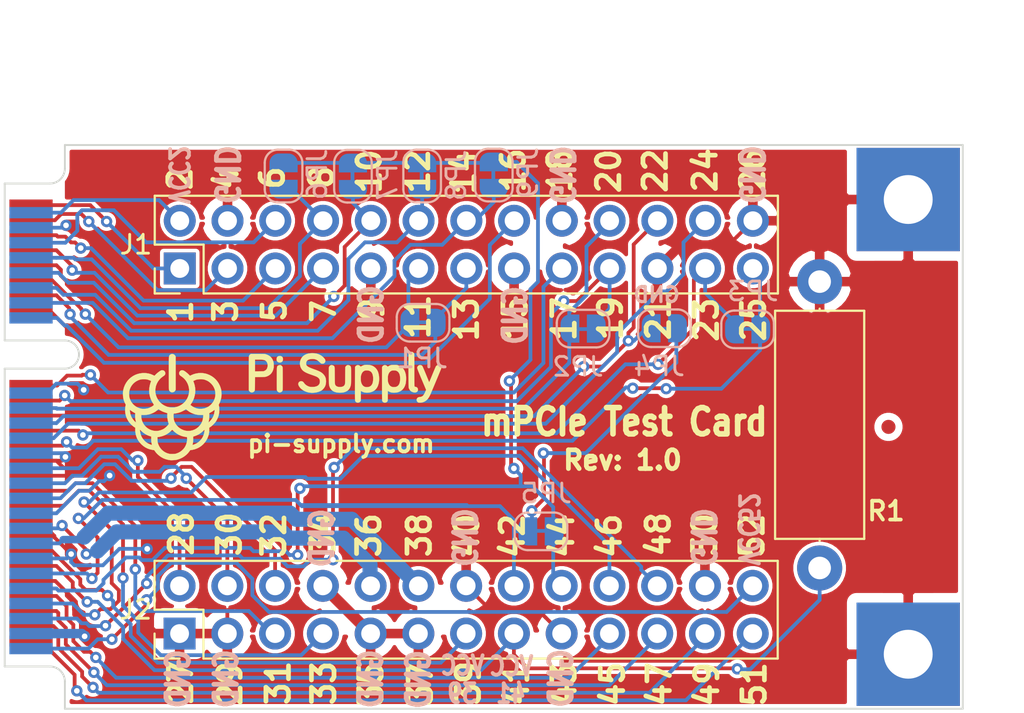
<source format=kicad_pcb>
(kicad_pcb (version 20171130) (host pcbnew "(5.1.5)-3")
  (title_block (title "LoRa PCIe Gateway PCB") (rev 1.0) (company "Nebra Ltd"))
  (layers (0 F.Cu signal) (31 B.Cu signal) (34 B.Paste user) (35 F.Paste user) (36 B.SilkS user) (37 F.SilkS user) (38 B.Mask user) (39 F.Mask user) (44 Edge.Cuts user))
  (net 0 "")
  (net 1 GND)
  (net 2 /VCC52)
  (net 3 /PCM_SYNC)
  (net 4 /PCM_DOUT)
  (net 5 /GPIO6)
  (net 6 /PCM_DIN)
  (net 7 /GPIO5)
  (net 8 /PCM_CLK)
  (net 9 /GPIO4)
  (net 10 /LED_WWAN)
  (net 11 /VCC41)
  (net 12 /VCC39)
  (net 13 /USB_DP)
  (net 14 /USB_DN)
  (net 15 /PETp0)
  (net 16 /NC9)
  (net 17 /PETn0)
  (net 18 /NC8)
  (net 19 /GPIO3)
  (net 20 /PERp0)
  (net 21 /NC7)
  (net 22 /PERn0)
  (net 23 /~PERST~)
  (net 24 /~W_DISABLE~)
  (net 25 /NC4)
  (net 26 /NC5)
  (net 27 /GPIO2)
  (net 28 /UIM_RESET)
  (net 29 /REFCLK+)
  (net 30 /UIM_CLK)
  (net 31 /REFCLK-)
  (net 32 /UIM_DATA)
  (net 33 /UIM_PWR)
  (net 34 /SPK_N)
  (net 35 /GPIO1)
  (net 36 /SPK_P)
  (net 37 /MIC_N)
  (net 38 /VCC2)
  (net 39 /MIC_P)
  (module mPCIe_test_card:SolderJumper-2_P1.3mm_Bridged (layer B.Cu) (at 126.01 101.6 90)
    (fp_text reference JP9 (at 0.12 1.82 90) (layer B.SilkS) (effects (font (thickness 0.16)) (justify mirror)))
    (fp_text value SolderJumper_2_Bridged)
    (fp_poly (pts (xy 0.25 0.075) (xy -0.25 0.075) (xy -0.25 -0.125) (xy 0.25 -0.125)) (layer B.Cu) (width 0))
    (pad 2 smd custom (at 0.7 0 90) (size 1 0.45) (layers B.Cu B.Mask) (net 9 /GPIO4) (options (clearance outline) (anchor rect)) (primitives (gr_circle (center 0 -0.25) (end 0.5 -0.25) (width 0)) (gr_circle (center 0 0.25) (end 0.5 0.25) (width 0)) (gr_poly (pts (xy 0 0.75) (xy -0.5 0.75) (xy -0.5 -0.75) (xy 0 -0.75)) (width 0))))
    (pad 1 smd custom (at -0.7 0 90) (size 1 0.45) (layers B.Cu B.Mask) (net 28 /UIM_RESET) (options (clearance outline) (anchor rect)) (primitives (gr_circle (center 0 -0.25) (end 0.5 -0.25) (width 0)) (gr_circle (center 0 0.25) (end 0.5 0.25) (width 0)) (gr_poly (pts (xy 0 0.75) (xy 0.5 0.75) (xy 0.5 -0.75) (xy 0 -0.75)) (width 0))))
  )
  (module mPCIe_test_card:SolderJumper-2_P1.3mm_Bridged (layer B.Cu) (at 122.2 101.65 90)
    (fp_text reference JP8 (at 0.04 1.81 90) (layer B.SilkS) (effects (justify mirror)))
    (fp_text value SolderJumper_2_Bridged)
    (fp_poly (pts (xy 0.25 0.075) (xy -0.25 0.075) (xy -0.25 -0.125) (xy 0.25 -0.125)) (layer B.Cu) (width 0))
    (pad 2 smd custom (at 0.7 0 90) (size 1 0.45) (layers B.Cu B.Mask) (net 9 /GPIO4) (options (clearance outline) (anchor rect)) (primitives (gr_circle (center 0 -0.25) (end 0.5 -0.25) (width 0)) (gr_circle (center 0 0.25) (end 0.5 0.25) (width 0)) (gr_poly (pts (xy 0 0.75) (xy -0.5 0.75) (xy -0.5 -0.75) (xy 0 -0.75)) (width 0))))
    (pad 1 smd custom (at -0.7 0 90) (size 1 0.45) (layers B.Cu B.Mask) (net 30 /UIM_CLK) (options (clearance outline) (anchor rect)) (primitives (gr_circle (center 0 -0.25) (end 0.5 -0.25) (width 0)) (gr_circle (center 0 0.25) (end 0.5 0.25) (width 0)) (gr_poly (pts (xy 0 0.75) (xy 0.5 0.75) (xy 0.5 -0.75) (xy 0 -0.75)) (width 0))))
  )
  (module mPCIe_test_card:SolderJumper-2_P1.3mm_Bridged (layer B.Cu) (at 118.52 101.66 90)
    (fp_text reference JP7 (at 0.07 1.84 90) (layer B.SilkS) (effects (justify mirror)))
    (fp_text value SolderJumper_2_Bridged)
    (fp_poly (pts (xy 0.25 0.075) (xy -0.25 0.075) (xy -0.25 -0.125) (xy 0.25 -0.125)) (layer B.Cu) (width 0))
    (pad 2 smd custom (at 0.7 0 90) (size 1 0.45) (layers B.Cu B.Mask) (net 9 /GPIO4) (options (clearance outline) (anchor rect)) (primitives (gr_circle (center 0 -0.25) (end 0.5 -0.25) (width 0)) (gr_circle (center 0 0.25) (end 0.5 0.25) (width 0)) (gr_poly (pts (xy 0 0.75) (xy -0.5 0.75) (xy -0.5 -0.75) (xy 0 -0.75)) (width 0))))
    (pad 1 smd custom (at -0.7 0 90) (size 1 0.45) (layers B.Cu B.Mask) (net 32 /UIM_DATA) (options (clearance outline) (anchor rect)) (primitives (gr_circle (center 0 -0.25) (end 0.5 -0.25) (width 0)) (gr_circle (center 0 0.25) (end 0.5 0.25) (width 0)) (gr_poly (pts (xy 0 0.75) (xy 0.5 0.75) (xy 0.5 -0.75) (xy 0 -0.75)) (width 0))))
  )
  (module mPCIe_test_card:SolderJumper-2_P1.3mm_Bridged (layer B.Cu) (at 114.83 101.65 90)
    (fp_text reference JP6 (at 0.09 1.79 90) (layer B.SilkS) (effects (justify mirror)))
    (fp_text value SolderJumper_2_Bridged)
    (fp_poly (pts (xy 0.25 0.075) (xy -0.25 0.075) (xy -0.25 -0.125) (xy 0.25 -0.125)) (layer B.Cu) (width 0))
    (pad 2 smd custom (at 0.7 0 90) (size 1 0.45) (layers B.Cu B.Mask) (net 9 /GPIO4) (options (clearance outline) (anchor rect)) (primitives (gr_circle (center 0 -0.25) (end 0.5 -0.25) (width 0)) (gr_circle (center 0 0.25) (end 0.5 0.25) (width 0)) (gr_poly (pts (xy 0 0.75) (xy -0.5 0.75) (xy -0.5 -0.75) (xy 0 -0.75)) (width 0))))
    (pad 1 smd custom (at -0.7 0 90) (size 1 0.45) (layers B.Cu B.Mask) (net 33 /UIM_PWR) (options (clearance outline) (anchor rect)) (primitives (gr_circle (center 0 -0.25) (end 0.5 -0.25) (width 0)) (gr_circle (center 0 0.25) (end 0.5 0.25) (width 0)) (gr_poly (pts (xy 0 0.75) (xy 0.5 0.75) (xy 0.5 -0.75) (xy 0 -0.75)) (width 0))))
  )
  (module mPCIe_test_card:SolderJumper-2_P1.3mm_Bridged (layer B.Cu) (at 128.52 120.56)
    (fp_text reference JP5 (at 0.275 -2.025) (layer B.SilkS) (effects (justify mirror)))
    (fp_text value SolderJumper_2_Bridged)
    (fp_poly (pts (xy 0.25 0.075) (xy -0.25 0.075) (xy -0.25 -0.125) (xy 0.25 -0.125)) (layer B.Cu) (width 0))
    (pad 2 smd custom (at 0.7 0) (size 1 0.45) (layers B.Cu B.Mask) (net 9 /GPIO4) (options (clearance outline) (anchor rect)) (primitives (gr_circle (center 0 -0.25) (end 0.5 -0.25) (width 0)) (gr_circle (center 0 0.25) (end 0.5 0.25) (width 0)) (gr_poly (pts (xy 0 0.75) (xy -0.5 0.75) (xy -0.5 -0.75) (xy 0 -0.75)) (width 0))))
    (pad 1 smd custom (at -0.7 0) (size 1 0.45) (layers B.Cu B.Mask) (net 10 /LED_WWAN) (options (clearance outline) (anchor rect)) (primitives (gr_circle (center 0 -0.25) (end 0.5 -0.25) (width 0)) (gr_circle (center 0 0.25) (end 0.5 0.25) (width 0)) (gr_poly (pts (xy 0 0.75) (xy 0.5 0.75) (xy 0.5 -0.75) (xy 0 -0.75)) (width 0))))
  )
  (module mPCIe_test_card:SolderJumper-2_P1.3mm_Bridged (layer B.Cu) (at 135.08 109.75 180)
    (fp_text reference JP4 (at 0.275 -2.025) (layer B.SilkS) (effects (justify mirror)))
    (fp_text value SolderJumper_2_Bridged)
    (fp_poly (pts (xy 0.25 0.075) (xy -0.25 0.075) (xy -0.25 -0.125) (xy 0.25 -0.125)) (layer B.Cu) (width 0))
    (pad 2 smd custom (at 0.7 0 180) (size 1 0.45) (layers B.Cu B.Mask) (net 23 /~PERST~) (options (clearance outline) (anchor rect)) (primitives (gr_circle (center 0 -0.25) (end 0.5 -0.25) (width 0)) (gr_circle (center 0 0.25) (end 0.5 0.25) (width 0)) (gr_poly (pts (xy 0 0.75) (xy -0.5 0.75) (xy -0.5 -0.75) (xy 0 -0.75)) (width 0))))
    (pad 1 smd custom (at -0.7 0 180) (size 1 0.45) (layers B.Cu B.Mask) (net 10 /LED_WWAN) (options (clearance outline) (anchor rect)) (primitives (gr_circle (center 0 -0.25) (end 0.5 -0.25) (width 0)) (gr_circle (center 0 0.25) (end 0.5 0.25) (width 0)) (gr_poly (pts (xy 0 0.75) (xy 0.5 0.75) (xy 0.5 -0.75) (xy 0 -0.75)) (width 0))))
  )
  (module mPCIe_test_card:SolderJumper-2_P1.3mm_Bridged (layer B.Cu) (at 139.51 109.81)
    (fp_text reference JP3 (at 0.275 -2.025) (layer B.SilkS) (effects (justify mirror)))
    (fp_text value SolderJumper_2_Bridged)
    (fp_poly (pts (xy 0.25 0.075) (xy -0.25 0.075) (xy -0.25 -0.125) (xy 0.25 -0.125)) (layer B.Cu) (width 0))
    (pad 2 smd custom (at 0.7 0) (size 1 0.45) (layers B.Cu B.Mask) (net 20 /PERp0) (options (clearance outline) (anchor rect)) (primitives (gr_circle (center 0 -0.25) (end 0.5 -0.25) (width 0)) (gr_circle (center 0 0.25) (end 0.5 0.25) (width 0)) (gr_poly (pts (xy 0 0.75) (xy -0.5 0.75) (xy -0.5 -0.75) (xy 0 -0.75)) (width 0))))
    (pad 1 smd custom (at -0.7 0) (size 1 0.45) (layers B.Cu B.Mask) (net 22 /PERn0) (options (clearance outline) (anchor rect)) (primitives (gr_circle (center 0 -0.25) (end 0.5 -0.25) (width 0)) (gr_circle (center 0 0.25) (end 0.5 0.25) (width 0)) (gr_poly (pts (xy 0 0.75) (xy 0.5 0.75) (xy 0.5 -0.75) (xy 0 -0.75)) (width 0))))
  )
  (module mPCIe_test_card:SolderJumper-2_P1.3mm_Bridged (layer B.Cu) (at 130.76 109.77 180)
    (fp_text reference JP2 (at 0.275 -2.025) (layer B.SilkS) (effects (justify mirror)))
    (fp_text value SolderJumper_2_Bridged)
    (fp_poly (pts (xy 0.25 0.075) (xy -0.25 0.075) (xy -0.25 -0.125) (xy 0.25 -0.125)) (layer B.Cu) (width 0))
    (pad 2 smd custom (at 0.7 0 180) (size 1 0.45) (layers B.Cu B.Mask) (net 24 /~W_DISABLE~) (options (clearance outline) (anchor rect)) (primitives (gr_circle (center 0 -0.25) (end 0.5 -0.25) (width 0)) (gr_circle (center 0 0.25) (end 0.5 0.25) (width 0)) (gr_poly (pts (xy 0 0.75) (xy -0.5 0.75) (xy -0.5 -0.75) (xy 0 -0.75)) (width 0))))
    (pad 1 smd custom (at -0.7 0 180) (size 1 0.45) (layers B.Cu B.Mask) (net 25 /NC4) (options (clearance outline) (anchor rect)) (primitives (gr_circle (center 0 -0.25) (end 0.5 -0.25) (width 0)) (gr_circle (center 0 0.25) (end 0.5 0.25) (width 0)) (gr_poly (pts (xy 0 0.75) (xy 0.5 0.75) (xy 0.5 -0.75) (xy 0 -0.75)) (width 0))))
  )
  (module mPCIe_test_card:SolderJumper-2_P1.3mm_Bridged (layer B.Cu) (at 122.25 109.46)
    (fp_text reference JP1 (at -0.05 1.89) (layer B.SilkS) (effects (font (thickness 0.16)) (justify mirror)))
    (fp_text value SolderJumper_2_Bridged)
    (fp_poly (pts (xy 0.25 0.075) (xy -0.25 0.075) (xy -0.25 -0.125) (xy 0.25 -0.125)) (layer B.Cu) (width 0))
    (pad 2 smd custom (at 0.7 0) (size 1 0.45) (layers B.Cu B.Mask) (net 29 /REFCLK+) (options (clearance outline) (anchor rect)) (primitives (gr_circle (center 0 -0.25) (end 0.5 -0.25) (width 0)) (gr_circle (center 0 0.25) (end 0.5 0.25) (width 0)) (gr_poly (pts (xy 0 0.75) (xy -0.5 0.75) (xy -0.5 -0.75) (xy 0 -0.75)) (width 0))))
    (pad 1 smd custom (at -0.7 0) (size 1 0.45) (layers B.Cu B.Mask) (net 31 /REFCLK-) (options (clearance outline) (anchor rect)) (primitives (gr_circle (center 0 -0.25) (end 0.5 -0.25) (width 0)) (gr_circle (center 0 0.25) (end 0.5 0.25) (width 0)) (gr_poly (pts (xy 0 0.75) (xy 0.5 0.75) (xy 0.5 -0.75) (xy 0 -0.75)) (width 0))))
  )
  (module Resistor_THT:R_Axial_DIN0414_L11.9mm_D4.5mm_P15.24mm_Horizontal (layer F.Cu) (at 143.34 122.51 90)
    (fp_text reference R1 (at 3.03 3.53 180) (layer F.SilkS) (effects (font (thickness 0.2))))
    (fp_text value 47R)
    (pad 2 thru_hole oval (at 15.24 0 90) (size 2.4 2.4) (drill 1.2) (layers *.Cu *.Mask) (net 1 GND))
    (pad 1 thru_hole circle (at 0 0 90) (size 2.4 2.4) (drill 1.2) (layers *.Cu *.Mask) (net 11 /VCC41))
  )
  (module mPCIe_test_card:PCIeMini-GF-2D-800-1K-S52 (layer F.Cu) (at 100 100 270)
    (fp_text reference PCIe_1 hide)
    (fp_text value PCI_EXPRESS_CARD-)
    (pad 34 smd rect (at 19.6 -1.4 270) (size 0.6 2.3) (layers B.Cu B.Mask) (net 1 GND))
    (pad 37 smd rect (at 20.8 -1.4 270) (size 0.6 2.3) (layers F.Cu F.Mask) (net 1 GND))
    (pad 43 smd rect (at 23.2 -1.4 270) (size 0.6 2.3) (layers F.Cu F.Mask) (net 1 GND))
    (pad 17 smd rect (at 12.8 -1.4 270) (size 0.6 2.3) (layers F.Cu F.Mask) (net 26 /NC5))
    (pad 11 smd rect (at 7.2 -1.4 270) (size 0.6 2.3) (layers F.Cu F.Mask) (net 31 /REFCLK-))
    (pad 48 smd rect (at 25.2 -1.4 270) (size 0.6 2.3) (layers B.Cu B.Mask) (net 5 /GPIO6))
    (pad 20 smd rect (at 14 -1.4 270) (size 0.6 2.3) (layers B.Cu B.Mask) (net 24 /~W_DISABLE~))
    (pad 32 smd rect (at 18.8 -1.4 270) (size 0.6 2.3) (layers B.Cu B.Mask) (net 16 /NC9))
    (pad 40 smd rect (at 22 -1.4 270) (size 0.6 2.3) (layers B.Cu B.Mask) (net 1 GND))
    (pad 22 smd rect (at 14.8 -1.4 270) (size 0.6 2.3) (layers B.Cu B.Mask) (net 23 /~PERST~))
    (pad 52 smd rect (at 26.8 -1.4 270) (size 0.6 2.3) (layers B.Cu B.Mask) (net 2 /VCC52))
    (pad 13 smd rect (at 8 -1.4 270) (size 0.6 2.3) (layers F.Cu F.Mask) (net 29 /REFCLK+))
    (pad 8 smd rect (at 6 -1.4 270) (size 0.6 2.3) (layers B.Cu B.Mask) (net 33 /UIM_PWR))
    (pad 51 smd rect (at 26.4 -1.4 270) (size 0.6 2.3) (layers F.Cu F.Mask) (net 3 /PCM_SYNC))
    (pad 46 smd rect (at 24.4 -1.4 270) (size 0.6 2.3) (layers B.Cu B.Mask) (net 7 /GPIO5))
    (pad 41 smd rect (at 22.4 -1.4 270) (size 0.6 2.3) (layers F.Cu F.Mask) (net 11 /VCC41))
    (pad 50 smd rect (at 26 -1.4 270) (size 0.6 2.3) (layers B.Cu B.Mask) (net 1 GND))
    (pad 47 smd rect (at 24.8 -1.4 270) (size 0.6 2.3) (layers F.Cu F.Mask) (net 6 /PCM_DIN))
    (pad 30 smd rect (at 18 -1.4 270) (size 0.6 2.3) (layers B.Cu B.Mask) (net 18 /NC8))
    (pad 25 smd rect (at 16 -1.4 270) (size 0.6 2.3) (layers F.Cu F.Mask) (net 20 /PERp0))
    (pad 7 smd rect (at 5.6 -1.4 270) (size 0.6 2.3) (layers F.Cu F.Mask) (net 34 /SPK_N))
    (pad 12 smd rect (at 7.6 -1.4 270) (size 0.6 2.3) (layers B.Cu B.Mask) (net 30 /UIM_CLK))
    (pad 23 smd rect (at 15.2 -1.4 270) (size 0.6 2.3) (layers F.Cu F.Mask) (net 22 /PERn0))
    (pad 18 smd rect (at 13.2 -1.4 270) (size 0.6 2.3) (layers B.Cu B.Mask) (net 1 GND))
    (pad 5 smd rect (at 4.8 -1.4 270) (size 0.6 2.3) (layers F.Cu F.Mask) (net 36 /SPK_P))
    (pad 16 smd rect (at 9.2 -1.4 270) (size 0.6 2.3) (layers B.Cu B.Mask) (net 27 /GPIO2))
    (pad 45 smd rect (at 24 -1.4 270) (size 0.6 2.3) (layers F.Cu F.Mask) (net 8 /PCM_CLK))
    (pad 36 smd rect (at 20.4 -1.4 270) (size 0.6 2.3) (layers B.Cu B.Mask) (net 14 /USB_DN))
    (pad 31 smd rect (at 18.4 -1.4 270) (size 0.6 2.3) (layers F.Cu F.Mask) (net 17 /PETn0))
    (pad 9 smd rect (at 6.4 -1.4 270) (size 0.6 2.3) (layers F.Cu F.Mask) (net 1 GND))
    (pad 10 smd rect (at 6.8 -1.4 270) (size 0.6 2.3) (layers B.Cu B.Mask) (net 32 /UIM_DATA))
    (pad 44 smd rect (at 23.6 -1.4 270) (size 0.6 2.3) (layers B.Cu B.Mask) (net 9 /GPIO4))
    (pad 49 smd rect (at 25.6 -1.4 270) (size 0.6 2.3) (layers F.Cu F.Mask) (net 4 /PCM_DOUT))
    (pad 26 smd rect (at 16.4 -1.4 270) (size 0.6 2.3) (layers B.Cu B.Mask) (net 1 GND))
    (pad 6 smd rect (at 5.2 -1.4 270) (size 0.6 2.3) (layers B.Cu B.Mask) (net 35 /GPIO1))
    (pad 33 smd rect (at 19.2 -1.4 270) (size 0.6 2.3) (layers F.Cu F.Mask) (net 15 /PETp0))
    (pad 27 smd rect (at 16.8 -1.4 270) (size 0.6 2.3) (layers F.Cu F.Mask) (net 1 GND))
    (pad 29 smd rect (at 17.6 -1.4 270) (size 0.6 2.3) (layers F.Cu F.Mask) (net 1 GND))
    (pad 35 smd rect (at 20 -1.4 270) (size 0.6 2.3) (layers F.Cu F.Mask) (net 1 GND))
    (pad 19 smd rect (at 13.6 -1.4 270) (size 0.6 2.3) (layers F.Cu F.Mask) (net 25 /NC4))
    (pad 38 smd rect (at 21.2 -1.4 270) (size 0.6 2.3) (layers B.Cu B.Mask) (net 13 /USB_DP))
    (pad 39 smd rect (at 21.6 -1.4 270) (size 0.6 2.3) (layers F.Cu F.Mask) (net 12 /VCC39))
    (pad 21 smd rect (at 14.4 -1.4 270) (size 0.6 2.3) (layers F.Cu F.Mask) (net 1 GND))
    (pad 15 smd rect (at 8.8 -1.4 270) (size 0.6 2.3) (layers F.Cu F.Mask) (net 1 GND))
    (pad 28 smd rect (at 17.2 -1.4 270) (size 0.6 2.3) (layers B.Cu B.Mask) (net 19 /GPIO3))
    (pad 14 smd rect (at 8.4 -1.4 270) (size 0.6 2.3) (layers B.Cu B.Mask) (net 28 /UIM_RESET))
    (pad 24 smd rect (at 15.6 -1.4 270) (size 0.6 2.3) (layers B.Cu B.Mask) (net 21 /NC7))
    (pad 42 smd rect (at 22.8 -1.4 270) (size 0.6 2.3) (layers B.Cu B.Mask) (net 10 /LED_WWAN))
    (pad 4 smd rect (at 4.4 -1.4 270) (size 0.6 2.3) (layers B.Cu B.Mask) (net 1 GND))
    (pad 3 smd rect (at 4 -1.4 270) (size 0.6 2.3) (layers F.Cu F.Mask) (net 37 /MIC_N))
    (pad 2 smd rect (at 3.6 -1.4 270) (size 0.6 2.3) (layers B.Cu B.Mask) (net 38 /VCC2))
    (pad 1 smd rect (at 3.2 -1.4 270) (size 0.6 2.3) (layers F.Cu F.Mask) (net 39 /MIC_P))
  )
  (module Fiducial:Fiducial_0.75mm_Mask1.5mm (layer F.Cu) (at 147 115)
    (fp_text reference FID1 hide)
    (fp_text value Fiducial)
    (pad "" smd circle (at 0 0) (size 0.75 0.75) (layers F.Cu F.Mask) (clearance 0.375))
  )
  (module mPCIe_test_card:PiSupply (layer F.Cu) (at 114.75 113.89)
    (fp_text reference LG1 hide)
    (fp_text value "Pi Supply" hide)
  )
  (module mPCIe_test_card:MountingHole (layer F.Cu) (at 148.05 127.1)
    (fp_text reference H2 hide)
    (fp_text value MountingHole_Pad)
    (pad 1 thru_hole rect (at 0 0) (size 5.5 5.5) (drill 2.6) (layers *.Cu *.Mask) (net 1 GND))
  )
  (module mPCIe_test_card:MountingHole (layer F.Cu) (at 148.05 102.9)
    (fp_text reference H1 hide)
    (fp_text value MountingHole_Pad)
    (pad 1 thru_hole rect (at 0 0) (size 5.5 5.5) (drill 2.6) (layers *.Cu *.Mask) (net 1 GND))
  )
  (module Connector_PinHeader_2.54mm:PinHeader_2x13_P2.54mm_Vertical (layer F.Cu) (at 109.3 126 90)
    (fp_text reference J2 (at 1.27 -2.33 180) (layer F.SilkS))
    (fp_text value Conn_02x13_Odd_Even)
    (pad 26 thru_hole oval (at 2.54 30.48 90) (size 1.7 1.7) (drill 1) (layers *.Cu *.Mask) (net 2 /VCC52))
    (pad 25 thru_hole oval (at 0 30.48 90) (size 1.7 1.7) (drill 1) (layers *.Cu *.Mask) (net 3 /PCM_SYNC))
    (pad 24 thru_hole oval (at 2.54 27.94 90) (size 1.7 1.7) (drill 1) (layers *.Cu *.Mask) (net 1 GND))
    (pad 23 thru_hole oval (at 0 27.94 90) (size 1.7 1.7) (drill 1) (layers *.Cu *.Mask) (net 4 /PCM_DOUT))
    (pad 22 thru_hole oval (at 2.54 25.4 90) (size 1.7 1.7) (drill 1) (layers *.Cu *.Mask) (net 5 /GPIO6))
    (pad 21 thru_hole oval (at 0 25.4 90) (size 1.7 1.7) (drill 1) (layers *.Cu *.Mask) (net 6 /PCM_DIN))
    (pad 20 thru_hole oval (at 2.54 22.86 90) (size 1.7 1.7) (drill 1) (layers *.Cu *.Mask) (net 7 /GPIO5))
    (pad 19 thru_hole oval (at 0 22.86 90) (size 1.7 1.7) (drill 1) (layers *.Cu *.Mask) (net 8 /PCM_CLK))
    (pad 18 thru_hole oval (at 2.54 20.32 90) (size 1.7 1.7) (drill 1) (layers *.Cu *.Mask) (net 9 /GPIO4))
    (pad 17 thru_hole oval (at 0 20.32 90) (size 1.7 1.7) (drill 1) (layers *.Cu *.Mask) (net 1 GND))
    (pad 16 thru_hole oval (at 2.54 17.78 90) (size 1.7 1.7) (drill 1) (layers *.Cu *.Mask) (net 10 /LED_WWAN))
    (pad 15 thru_hole oval (at 0 17.78 90) (size 1.7 1.7) (drill 1) (layers *.Cu *.Mask) (net 11 /VCC41))
    (pad 14 thru_hole oval (at 2.54 15.24 90) (size 1.7 1.7) (drill 1) (layers *.Cu *.Mask) (net 1 GND))
    (pad 13 thru_hole oval (at 0 15.24 90) (size 1.7 1.7) (drill 1) (layers *.Cu *.Mask) (net 12 /VCC39))
    (pad 12 thru_hole oval (at 2.54 12.7 90) (size 1.7 1.7) (drill 1) (layers *.Cu *.Mask) (net 13 /USB_DP))
    (pad 11 thru_hole oval (at 0 12.7 90) (size 1.7 1.7) (drill 1) (layers *.Cu *.Mask) (net 1 GND))
    (pad 10 thru_hole oval (at 2.54 10.16 90) (size 1.7 1.7) (drill 1) (layers *.Cu *.Mask) (net 14 /USB_DN))
    (pad 9 thru_hole oval (at 0 10.16 90) (size 1.7 1.7) (drill 1) (layers *.Cu *.Mask) (net 1 GND))
    (pad 8 thru_hole oval (at 2.54 7.62 90) (size 1.7 1.7) (drill 1) (layers *.Cu *.Mask) (net 1 GND))
    (pad 7 thru_hole oval (at 0 7.62 90) (size 1.7 1.7) (drill 1) (layers *.Cu *.Mask) (net 15 /PETp0))
    (pad 6 thru_hole oval (at 2.54 5.08 90) (size 1.7 1.7) (drill 1) (layers *.Cu *.Mask) (net 16 /NC9))
    (pad 5 thru_hole oval (at 0 5.08 90) (size 1.7 1.7) (drill 1) (layers *.Cu *.Mask) (net 17 /PETn0))
    (pad 4 thru_hole oval (at 2.54 2.54 90) (size 1.7 1.7) (drill 1) (layers *.Cu *.Mask) (net 18 /NC8))
    (pad 3 thru_hole oval (at 0 2.54 90) (size 1.7 1.7) (drill 1) (layers *.Cu *.Mask) (net 1 GND))
    (pad 2 thru_hole oval (at 2.54 0 90) (size 1.7 1.7) (drill 1) (layers *.Cu *.Mask) (net 19 /GPIO3))
    (pad 1 thru_hole rect (at 0 0 90) (size 1.7 1.7) (drill 1) (layers *.Cu *.Mask) (net 1 GND))
  )
  (module Connector_PinHeader_2.54mm:PinHeader_2x13_P2.54mm_Vertical (layer F.Cu) (at 109.31 106.57 90)
    (fp_text reference J1 (at 1.27 -2.33 180) (layer F.SilkS))
    (fp_text value Conn_02x13_Odd_Even)
    (pad 26 thru_hole oval (at 2.54 30.48 90) (size 1.7 1.7) (drill 1) (layers *.Cu *.Mask) (net 1 GND))
    (pad 25 thru_hole oval (at 0 30.48 90) (size 1.7 1.7) (drill 1) (layers *.Cu *.Mask) (net 20 /PERp0))
    (pad 24 thru_hole oval (at 2.54 27.94 90) (size 1.7 1.7) (drill 1) (layers *.Cu *.Mask) (net 21 /NC7))
    (pad 23 thru_hole oval (at 0 27.94 90) (size 1.7 1.7) (drill 1) (layers *.Cu *.Mask) (net 22 /PERn0))
    (pad 22 thru_hole oval (at 2.54 25.4 90) (size 1.7 1.7) (drill 1) (layers *.Cu *.Mask) (net 23 /~PERST~))
    (pad 21 thru_hole oval (at 0 25.4 90) (size 1.7 1.7) (drill 1) (layers *.Cu *.Mask) (net 1 GND))
    (pad 20 thru_hole oval (at 2.54 22.86 90) (size 1.7 1.7) (drill 1) (layers *.Cu *.Mask) (net 24 /~W_DISABLE~))
    (pad 19 thru_hole oval (at 0 22.86 90) (size 1.7 1.7) (drill 1) (layers *.Cu *.Mask) (net 25 /NC4))
    (pad 18 thru_hole oval (at 2.54 20.32 90) (size 1.7 1.7) (drill 1) (layers *.Cu *.Mask) (net 1 GND))
    (pad 17 thru_hole oval (at 0 20.32 90) (size 1.7 1.7) (drill 1) (layers *.Cu *.Mask) (net 26 /NC5))
    (pad 16 thru_hole oval (at 2.54 17.78 90) (size 1.7 1.7) (drill 1) (layers *.Cu *.Mask) (net 27 /GPIO2))
    (pad 15 thru_hole oval (at 0 17.78 90) (size 1.7 1.7) (drill 1) (layers *.Cu *.Mask) (net 1 GND))
    (pad 14 thru_hole oval (at 2.54 15.24 90) (size 1.7 1.7) (drill 1) (layers *.Cu *.Mask) (net 28 /UIM_RESET))
    (pad 13 thru_hole oval (at 0 15.24 90) (size 1.7 1.7) (drill 1) (layers *.Cu *.Mask) (net 29 /REFCLK+))
    (pad 12 thru_hole oval (at 2.54 12.7 90) (size 1.7 1.7) (drill 1) (layers *.Cu *.Mask) (net 30 /UIM_CLK))
    (pad 11 thru_hole oval (at 0 12.7 90) (size 1.7 1.7) (drill 1) (layers *.Cu *.Mask) (net 31 /REFCLK-))
    (pad 10 thru_hole oval (at 2.54 10.16 90) (size 1.7 1.7) (drill 1) (layers *.Cu *.Mask) (net 32 /UIM_DATA))
    (pad 9 thru_hole oval (at 0 10.16 90) (size 1.7 1.7) (drill 1) (layers *.Cu *.Mask) (net 1 GND))
    (pad 8 thru_hole oval (at 2.54 7.62 90) (size 1.7 1.7) (drill 1) (layers *.Cu *.Mask) (net 33 /UIM_PWR))
    (pad 7 thru_hole oval (at 0 7.62 90) (size 1.7 1.7) (drill 1) (layers *.Cu *.Mask) (net 34 /SPK_N))
    (pad 6 thru_hole oval (at 2.54 5.08 90) (size 1.7 1.7) (drill 1) (layers *.Cu *.Mask) (net 35 /GPIO1))
    (pad 5 thru_hole oval (at 0 5.08 90) (size 1.7 1.7) (drill 1) (layers *.Cu *.Mask) (net 36 /SPK_P))
    (pad 4 thru_hole oval (at 2.54 2.54 90) (size 1.7 1.7) (drill 1) (layers *.Cu *.Mask) (net 1 GND))
    (pad 3 thru_hole oval (at 0 2.54 90) (size 1.7 1.7) (drill 1) (layers *.Cu *.Mask) (net 37 /MIC_N))
    (pad 2 thru_hole oval (at 2.54 0 90) (size 1.7 1.7) (drill 1) (layers *.Cu *.Mask) (net 38 /VCC2))
    (pad 1 thru_hole rect (at 0 0 90) (size 1.7 1.7) (drill 1) (layers *.Cu *.Mask) (net 39 /MIC_P))
  )
  (gr_text 39 (at 124.33 129.19) (layer B.SilkS) (effects (font (size 1 0.8) (thickness 0.2)) (justify mirror)))
  (gr_text VCC (at 124.35 127.7) (layer B.SilkS) (effects (font (size 1 0.8) (thickness 0.2)) (justify mirror)))
  (gr_text 41 (at 126.92 129.19) (layer B.SilkS) (effects (font (size 1 0.8) (thickness 0.2)) (justify mirror)))
  (gr_text VCC (at 126.94 127.74) (layer B.SilkS) (effects (font (size 1 0.8) (thickness 0.2)) (justify mirror)))
  (gr_text VCC52 (at 139.56 120.44 270) (layer B.SilkS) (effects (font (size 1 0.8) (thickness 0.2)) (justify mirror)))
  (gr_text VCC2 (at 109.25 101.59 270) (layer B.SilkS) (effects (font (size 1 0.8) (thickness 0.2)) (justify mirror)))
  (gr_text GND (at 134.67 107.97) (layer B.SilkS) (effects (font (size 0.8 0.8) (thickness 0.17)) (justify mirror)))
  (gr_text GND (at 111.8 101.58 270) (layer B.SilkS) (effects (font (size 1.2 1) (thickness 0.25)) (justify mirror)))
  (gr_text GND (at 119.5 109.02 90) (layer B.SilkS) (effects (font (size 1.2 1) (thickness 0.25)) (justify mirror)))
  (gr_text GND (at 127.15 109.07 90) (layer B.SilkS) (effects (font (size 1.2 1) (thickness 0.25)) (justify mirror)))
  (gr_text GND (at 129.63 101.6 270) (layer B.SilkS) (effects (font (size 1.2 1) (thickness 0.25)) (justify mirror)))
  (gr_text GND (at 139.71 101.58 270) (layer B.SilkS) (effects (font (size 1.2 1) (thickness 0.25)) (justify mirror)))
  (gr_text GND (at 116.87 120.92 90) (layer B.SilkS) (effects (font (size 1.2 1) (thickness 0.25)) (justify mirror)))
  (gr_text GND (at 137.14 120.88 270) (layer B.SilkS) (effects (font (size 1.2 1) (thickness 0.25)) (justify mirror)))
  (gr_text GND (at 124.41 120.89 270) (layer B.SilkS) (effects (font (size 1.2 1) (thickness 0.25)) (justify mirror)))
  (gr_text GND (at 129.59 128.38 90) (layer B.SilkS) (effects (font (size 1.2 1) (thickness 0.25)) (justify mirror)))
  (gr_text GND (at 122.01 128.44 90) (layer B.SilkS) (effects (font (size 1.2 1) (thickness 0.25)) (justify mirror)))
  (gr_text GND (at 119.47 128.41 90) (layer B.SilkS) (effects (font (size 1.2 1) (thickness 0.25)) (justify mirror)))
  (gr_text GND (at 111.78 128.41 90) (layer B.SilkS) (effects (font (size 1.2 1) (thickness 0.25)) (justify mirror)))
  (gr_text GND (at 109.23 128.41 90) (layer B.SilkS) (effects (font (size 1.2 1) (thickness 0.25)) (justify mirror)))
  (gr_text 52 (at 139.75 120.8 90) (layer F.SilkS) (effects (font (size 1.2 1.2) (thickness 0.25))))
  (gr_text 50 (at 137.23 120.76 90) (layer F.SilkS) (effects (font (size 1.2 1.2) (thickness 0.25))))
  (gr_text 48 (at 134.76 120.72 90) (layer F.SilkS) (effects (font (size 1.2 1.2) (thickness 0.25))))
  (gr_text 46 (at 132.15 120.8 90) (layer F.SilkS) (effects (font (size 1.2 1.2) (thickness 0.25))))
  (gr_text 44 (at 129.63 120.8 90) (layer F.SilkS) (effects (font (size 1.2 1.2) (thickness 0.25))))
  (gr_text 42 (at 127 120.81 90) (layer F.SilkS) (effects (font (size 1.2 1.2) (thickness 0.25))))
  (gr_text 40 (at 124.58 120.79 90) (layer F.SilkS) (effects (font (size 1.2 1.2) (thickness 0.25))))
  (gr_text 38 (at 122.05 120.76 90) (layer F.SilkS) (effects (font (size 1.2 1.2) (thickness 0.25))))
  (gr_text 36 (at 119.37 120.77 90) (layer F.SilkS) (effects (font (size 1.2 1.2) (thickness 0.25))))
  (gr_text 34 (at 116.93 120.71 90) (layer F.SilkS) (effects (font (size 1.2 1.2) (thickness 0.25))))
  (gr_text 32 (at 114.31 120.76 90) (layer F.SilkS) (effects (font (size 1.2 1.2) (thickness 0.25))))
  (gr_text 30 (at 111.95 120.71 90) (layer F.SilkS) (effects (font (size 1.2 1.2) (thickness 0.25))))
  (gr_text 28 (at 109.4 120.68 90) (layer F.SilkS) (effects (font (size 1.2 1.2) (thickness 0.25))))
  (gr_text 51 (at 139.86 128.7 90) (layer F.SilkS) (effects (font (size 1.2 1.2) (thickness 0.25))))
  (gr_text 49 (at 137.34 128.7 90) (layer F.SilkS) (effects (font (size 1.2 1.2) (thickness 0.25))))
  (gr_text 47 (at 134.81 128.69 90) (layer F.SilkS) (effects (font (size 1.2 1.2) (thickness 0.25))))
  (gr_text 45 (at 132.33 128.69 90) (layer F.SilkS) (effects (font (size 1.2 1.2) (thickness 0.25))))
  (gr_text 43 (at 129.75 128.69 90) (layer F.SilkS) (effects (font (size 1.2 1.2) (thickness 0.25))))
  (gr_text 41 (at 127.23 128.67 90) (layer F.SilkS) (effects (font (size 1.2 1.2) (thickness 0.25))))
  (gr_text 39 (at 124.66 128.64 90) (layer F.SilkS) (effects (font (size 1.2 1.2) (thickness 0.25))))
  (gr_text 37 (at 122.11 128.69 90) (layer F.SilkS) (effects (font (size 1.2 1.2) (thickness 0.25))))
  (gr_text 35 (at 119.48 128.68 90) (layer F.SilkS) (effects (font (size 1.2 1.2) (thickness 0.25))))
  (gr_text 33 (at 116.97 128.64 90) (layer F.SilkS) (effects (font (size 1.2 1.2) (thickness 0.25))))
  (gr_text 27 (at 109.36 128.6 90) (layer F.SilkS) (effects (font (size 1.2 1.2) (thickness 0.25))))
  (gr_text 29 (at 111.98 128.67 90) (layer F.SilkS) (effects (font (size 1.2 1.2) (thickness 0.25))))
  (gr_text 31 (at 114.55 128.63 90) (layer F.SilkS) (effects (font (size 1.2 1.2) (thickness 0.25))))
  (gr_text 26 (at 139.78 101.33 90) (layer F.SilkS) (effects (font (size 1.2 1.2) (thickness 0.25))))
  (gr_text 24 (at 137.25 101.34 90) (layer F.SilkS) (effects (font (size 1.2 1.2) (thickness 0.25))))
  (gr_text 22 (at 134.6 101.37 90) (layer F.SilkS) (effects (font (size 1.2 1.2) (thickness 0.25))))
  (gr_text 20 (at 132.12 101.39 90) (layer F.SilkS) (effects (font (size 1.2 1.2) (thickness 0.25))))
  (gr_text 18 (at 129.53 101.36 90) (layer F.SilkS) (effects (font (size 1.2 1.2) (thickness 0.25))))
  (gr_text 16 (at 127.05 101.35 90) (layer F.SilkS) (effects (font (size 1.2 1.2) (thickness 0.25))))
  (gr_text 14 (at 124.41 101.45 90) (layer F.SilkS) (effects (font (size 1.2 1.2) (thickness 0.25))))
  (gr_text 12 (at 121.96 101.4 90) (layer F.SilkS) (effects (font (size 1.2 1.2) (thickness 0.25))))
  (gr_text 10 (at 119.39 101.4 90) (layer F.SilkS) (effects (font (size 1.2 1.2) (thickness 0.25))))
  (gr_text 8 (at 116.85 101.72 90) (layer F.SilkS) (effects (font (size 1.2 1.2) (thickness 0.25))))
  (gr_text 6 (at 114.24 101.75 90) (layer F.SilkS) (effects (font (size 1.2 1.2) (thickness 0.25))))
  (gr_text 4 (at 111.78 101.77 90) (layer F.SilkS) (effects (font (size 1.2 1.2) (thickness 0.25))))
  (gr_text 25 (at 139.83 109.28 90) (layer F.SilkS) (effects (font (size 1.2 1.2) (thickness 0.25))))
  (gr_text 23 (at 137.32 109.3 90) (layer F.SilkS) (effects (font (size 1.2 1.2) (thickness 0.25))))
  (gr_text 21 (at 134.77 109.22 90) (layer F.SilkS) (effects (font (size 1.2 1.2) (thickness 0.25))))
  (gr_text 19 (at 132.22 109.21 90) (layer F.SilkS) (effects (font (size 1.2 1.2) (thickness 0.25))))
  (gr_text 17 (at 129.75 109.25 90) (layer F.SilkS) (effects (font (size 1.2 1.2) (thickness 0.25))))
  (gr_text 15 (at 127.15 109.22 90) (layer F.SilkS) (effects (font (size 1.2 1.2) (thickness 0.25))))
  (gr_text 13 (at 124.56 109.27 90) (layer F.SilkS) (effects (font (size 1.2 1.2) (thickness 0.25))))
  (gr_text 11 (at 121.99 109.14 90) (layer F.SilkS) (effects (font (size 1.2 1.2) (thickness 0.25))))
  (gr_text 9 (at 119.53 108.74 90) (layer F.SilkS) (effects (font (size 1.2 1.2) (thickness 0.25))))
  (gr_text 7 (at 116.96 108.85 90) (layer F.SilkS) (effects (font (size 1.2 1.2) (thickness 0.25))))
  (gr_text 5 (at 114.34 108.81 90) (layer F.SilkS) (effects (font (size 1.2 1.2) (thickness 0.25))))
  (gr_text 3 (at 111.75 108.84 90) (layer F.SilkS) (effects (font (size 1.2 1.2) (thickness 0.25))))
  (gr_text 2 (at 109.33 101.8 90) (layer F.SilkS) (effects (font (size 1.2 1.2) (thickness 0.25))))
  (gr_text 1 (at 109.36 108.87 90) (layer F.SilkS) (effects (font (size 1.2 1.2) (thickness 0.25))))
  (gr_text pi-supply.com (at 117.89 115.9) (layer F.SilkS) (effects (font (size 0.9 0.9) (thickness 0.2))))
  (gr_text "Rev: 1.0" (at 132.86 116.77) (layer F.SilkS) (effects (font (size 1 1) (thickness 0.25))))
  (gr_text "mPCIe Test Card" (at 132.95 114.74) (layer F.SilkS) (effects (font (size 1.4 1.2) (thickness 0.3))))
  (gr_line (start 100 110.4) (end 100 102.05) (layer Edge.Cuts) (width 0.1))
  (gr_line (start 103.2 111.9) (end 100 111.9) (layer Edge.Cuts) (width 0.1))
  (gr_line (start 103.2 110.4) (end 100 110.4) (layer Edge.Cuts) (width 0.1))
  (gr_arc (start 103.2 111.15) (end 103.2 111.9) (angle -180) (layer Edge.Cuts) (width 0.1))
  (gr_line (start 103.2 130) (end 103.2 128.55) (layer Edge.Cuts) (width 0.1))
  (gr_arc (start 102.4 128.55) (end 103.2 128.55) (angle -90) (layer Edge.Cuts) (width 0.1))
  (gr_line (start 100 127.75) (end 102.4 127.75) (layer Edge.Cuts) (width 0.1))
  (gr_line (start 100 111.9) (end 100 127.75) (layer Edge.Cuts) (width 0.1))
  (gr_line (start 102.4 102.05) (end 100 102.05) (layer Edge.Cuts) (width 0.1))
  (gr_line (start 103.2 100) (end 103.2 101.25) (layer Edge.Cuts) (width 0.1))
  (gr_arc (start 102.4 101.25) (end 102.4 102.05) (angle -90) (layer Edge.Cuts) (width 0.1))
  (gr_line (start 103.2 130) (end 150.95 130) (layer Edge.Cuts) (width 0.1))
  (gr_line (start 150.95 100) (end 150.95 130) (layer Edge.Cuts) (width 0.1))
  (gr_line (start 103.2 100) (end 150.95 100) (layer Edge.Cuts) (width 0.1))
  (segment (start 146.11 102.9) (end 148.05 102.9) (width 0.2) (layer F.Cu) (net 1))
  (segment (start 138.940001 104.879999) (end 139.79 104.03) (width 0.2) (layer F.Cu) (net 1))
  (segment (start 138.639999 105.180001) (end 138.940001 104.879999) (width 0.2) (layer F.Cu) (net 1))
  (segment (start 136.099999 105.180001) (end 138.639999 105.180001) (width 0.2) (layer F.Cu) (net 1))
  (segment (start 134.71 106.57) (end 136.099999 105.180001) (width 0.5) (layer F.Cu) (net 1))
  (segment (start 116.92 123.46) (end 119.46 126) (width 0.6) (layer F.Cu) (net 1))
  (segment (start 101.4 117.6) (end 104.47 117.6) (width 0.2) (layer F.Cu) (net 1))
  (segment (start 102.75 116.8) (end 103.13 117.18) (width 0.2) (layer F.Cu) (net 1))
  (segment (start 101.4 116.8) (end 102.75 116.8) (width 0.2) (layer F.Cu) (net 1))
  (segment (start 103.13 117.18) (end 104.7 117.18) (width 0.2) (layer F.Cu) (net 1))
  (segment (start 101.4 114.4) (end 104.03 114.4) (width 0.2) (layer F.Cu) (net 1))
  (segment (start 102.383856 108.8) (end 103.393856 109.81) (width 0.2) (layer F.Cu) (net 1))
  (segment (start 101.4 108.8) (end 102.383856 108.8) (width 0.2) (layer F.Cu) (net 1))
  (segment (start 103.393856 109.81) (end 103.81 109.81) (width 0.2) (layer F.Cu) (net 1))
  (segment (start 102.986699 106.949676) (end 103.357023 107.32) (width 0.2) (layer F.Cu) (net 1))
  (segment (start 101.4 106.4) (end 102.75 106.4) (width 0.2) (layer F.Cu) (net 1))
  (segment (start 102.986699 106.636699) (end 102.986699 106.949676) (width 0.2) (layer F.Cu) (net 1))
  (segment (start 102.75 106.4) (end 102.986699 106.636699) (width 0.2) (layer F.Cu) (net 1))
  (segment (start 103.357023 107.32) (end 103.63 107.32) (width 0.2) (layer F.Cu) (net 1))
  (segment (start 101.4 104.4) (end 103.136087 104.4) (width 0.2) (layer B.Cu) (net 1))
  (segment (start 103.136087 104.4) (end 103.260876 104.275211) (width 0.2) (layer B.Cu) (net 1))
  (via (at 103.260876 104.275211) (size 0.6) (drill 0.3) (layers F.Cu B.Cu) (net 1))
  (segment (start 101.4 116.4) (end 103.23 116.4) (width 0.2) (layer B.Cu) (net 1))
  (via (at 103.228643 116.597645) (size 0.6) (drill 0.3) (layers F.Cu B.Cu) (net 1))
  (segment (start 103.23 116.4) (end 103.228643 116.401357) (width 0.2) (layer B.Cu) (net 1))
  (segment (start 103.228643 116.401357) (end 103.228643 116.597645) (width 0.2) (layer B.Cu) (net 1))
  (segment (start 103.026288 116.8) (end 101.4 116.8) (width 0.2) (layer F.Cu) (net 1))
  (segment (start 103.228643 116.597645) (end 103.026288 116.8) (width 0.2) (layer F.Cu) (net 1))
  (segment (start 101.4 120.8) (end 102.637764 120.8) (width 0.2) (layer F.Cu) (net 1))
  (via (at 105.579993 117.589955) (size 0.6) (drill 0.3) (layers F.Cu B.Cu) (net 1))
  (segment (start 102.450011 120.180011) (end 102.450011 120.612247) (width 0.2) (layer F.Cu) (net 1))
  (segment (start 102.450011 120.612247) (end 102.637764 120.8) (width 0.2) (layer F.Cu) (net 1))
  (segment (start 101.4 120) (end 102.27 120) (width 0.2) (layer F.Cu) (net 1))
  (segment (start 102.27 120) (end 102.450011 120.180011) (width 0.2) (layer F.Cu) (net 1))
  (via (at 104.250025 126.145636) (size 0.6) (drill 0.3) (layers F.Cu B.Cu) (net 1))
  (segment (start 104.250025 125.721372) (end 104.250025 126.145636) (width 0.2) (layer F.Cu) (net 1))
  (segment (start 102.690598 123.2) (end 103.69001 124.199412) (width 0.2) (layer F.Cu) (net 1))
  (segment (start 101.4 123.2) (end 102.690598 123.2) (width 0.2) (layer F.Cu) (net 1))
  (segment (start 104.250025 125.290025) (end 104.250025 125.721372) (width 0.2) (layer F.Cu) (net 1))
  (segment (start 103.69001 124.73001) (end 104.250025 125.290025) (width 0.2) (layer F.Cu) (net 1))
  (segment (start 103.69001 124.199412) (end 103.69001 124.73001) (width 0.2) (layer F.Cu) (net 1))
  (via (at 107.58 121.49001) (size 0.6) (drill 0.3) (layers F.Cu B.Cu) (net 1))
  (segment (start 103.94817 118.40183) (end 104.507663 118.40183) (width 0.2) (layer B.Cu) (net 1))
  (segment (start 105.279994 117.889954) (end 105.579993 117.589955) (width 0.2) (layer B.Cu) (net 1))
  (segment (start 105.019539 117.889954) (end 105.279994 117.889954) (width 0.2) (layer B.Cu) (net 1))
  (segment (start 101.4 119.6) (end 102.75 119.6) (width 0.2) (layer B.Cu) (net 1))
  (segment (start 104.507663 118.40183) (end 105.019539 117.889954) (width 0.2) (layer B.Cu) (net 1))
  (segment (start 102.75 119.6) (end 103.94817 118.40183) (width 0.2) (layer B.Cu) (net 1))
  (segment (start 111.84 124.797919) (end 111.887919 124.75) (width 0.2) (layer F.Cu) (net 1))
  (segment (start 111.84 126) (end 111.84 124.797919) (width 0.2) (layer F.Cu) (net 1))
  (segment (start 111.887919 124.75) (end 111.17 124.75) (width 0.2) (layer F.Cu) (net 1))
  (segment (start 110.689999 124.269999) (end 110.689999 120.269999) (width 0.2) (layer F.Cu) (net 1))
  (segment (start 111.17 124.75) (end 110.689999 124.269999) (width 0.2) (layer F.Cu) (net 1))
  (segment (start 109.70001 119.266289) (end 109.45372 119.02) (width 0.2) (layer F.Cu) (net 1))
  (segment (start 110.689999 120.269999) (end 109.70001 119.28001) (width 0.2) (layer F.Cu) (net 1))
  (segment (start 109.70001 119.28001) (end 109.70001 119.266289) (width 0.2) (layer F.Cu) (net 1))
  (segment (start 104.104389 126) (end 104.250025 126.145636) (width 0.5) (layer B.Cu) (net 1))
  (segment (start 101.4 126) (end 104.104389 126) (width 0.5) (layer B.Cu) (net 1))
  (segment (start 128.770001 125.150001) (end 129.62 126) (width 0.2) (layer F.Cu) (net 1))
  (segment (start 128.469999 124.849999) (end 128.770001 125.150001) (width 0.2) (layer F.Cu) (net 1))
  (segment (start 125.929999 124.849999) (end 128.469999 124.849999) (width 0.2) (layer F.Cu) (net 1))
  (segment (start 124.54 123.46) (end 125.929999 124.849999) (width 0.2) (layer F.Cu) (net 1))
  (segment (start 102.25 113.2) (end 102.75 112.7) (width 0.2) (layer B.Cu) (net 1))
  (segment (start 103.87 112.7) (end 103.900001 112.730001) (width 0.2) (layer B.Cu) (net 1))
  (segment (start 102.75 112.7) (end 103.87 112.7) (width 0.2) (layer B.Cu) (net 1))
  (segment (start 103.900001 112.730001) (end 104.2 113.03) (width 0.2) (layer B.Cu) (net 1))
  (segment (start 101.4 113.2) (end 102.25 113.2) (width 0.2) (layer B.Cu) (net 1))
  (via (at 104.2 113.03) (size 0.6) (drill 0.3) (layers F.Cu B.Cu) (net 1))
  (segment (start 103.532915 122.192932) (end 103.532915 121.768668) (width 0.2) (layer B.Cu) (net 1))
  (segment (start 103.232916 121.468669) (end 103.532915 121.768668) (width 0.2) (layer F.Cu) (net 1))
  (segment (start 105.222283 122.367717) (end 103.707699 122.367717) (width 0.2) (layer B.Cu) (net 1))
  (segment (start 103.707699 122.367717) (end 103.532915 122.192932) (width 0.2) (layer B.Cu) (net 1))
  (segment (start 107.58 121.49001) (end 106.09999 121.49001) (width 0.2) (layer B.Cu) (net 1))
  (segment (start 106.09999 121.49001) (end 105.222283 122.367717) (width 0.2) (layer B.Cu) (net 1))
  (segment (start 102.637764 120.873518) (end 103.232916 121.468669) (width 0.2) (layer F.Cu) (net 1))
  (segment (start 102.637764 120.8) (end 102.637764 120.873518) (width 0.2) (layer F.Cu) (net 1))
  (segment (start 101.4 122) (end 103.301583 122) (width 0.2) (layer B.Cu) (net 1))
  (via (at 103.532915 121.768668) (size 0.6) (drill 0.3) (layers F.Cu B.Cu) (net 1))
  (segment (start 103.301583 122) (end 103.532915 121.768668) (width 0.2) (layer B.Cu) (net 1))
  (via (at 105.701317 126.303548) (size 0.6) (drill 0.3) (layers F.Cu B.Cu) (net 2))
  (segment (start 104.946829 126.303548) (end 105.277053 126.303548) (width 0.2) (layer B.Cu) (net 2))
  (segment (start 101.4 126.8) (end 104.450377 126.8) (width 0.2) (layer B.Cu) (net 2))
  (segment (start 105.277053 126.303548) (end 105.701317 126.303548) (width 0.2) (layer B.Cu) (net 2))
  (segment (start 104.450377 126.8) (end 104.946829 126.303548) (width 0.2) (layer B.Cu) (net 2))
  (via (at 107.549997 124.202575) (size 0.6) (drill 0.3) (layers F.Cu B.Cu) (net 2))
  (segment (start 105.701317 126.303548) (end 107.549997 124.454868) (width 0.2) (layer F.Cu) (net 2))
  (segment (start 107.549997 124.454868) (end 107.549997 124.202575) (width 0.2) (layer F.Cu) (net 2))
  (segment (start 108.849414 122.24) (end 108.149999 122.939415) (width 0.2) (layer B.Cu) (net 2))
  (segment (start 108.149999 122.939415) (end 108.149999 123.602573) (width 0.2) (layer B.Cu) (net 2))
  (segment (start 107.849996 123.902576) (end 107.549997 124.202575) (width 0.2) (layer B.Cu) (net 2))
  (segment (start 113.17 123.087998) (end 112.322002 122.24) (width 0.2) (layer B.Cu) (net 2))
  (segment (start 139.78 123.46) (end 138.390001 124.849999) (width 0.2) (layer B.Cu) (net 2))
  (segment (start 138.390001 124.849999) (end 114.059999 124.849999) (width 0.2) (layer B.Cu) (net 2))
  (segment (start 112.322002 122.24) (end 108.849414 122.24) (width 0.2) (layer B.Cu) (net 2))
  (segment (start 113.17 123.96) (end 113.17 123.087998) (width 0.2) (layer B.Cu) (net 2))
  (segment (start 114.059999 124.849999) (end 113.17 123.96) (width 0.2) (layer B.Cu) (net 2))
  (segment (start 108.149999 123.602573) (end 107.849996 123.902576) (width 0.2) (layer B.Cu) (net 2))
  (segment (start 136.229934 129.550066) (end 104.336835 129.550066) (width 0.2) (layer B.Cu) (net 3))
  (via (at 103.835669 129.0489) (size 0.6) (drill 0.3) (layers F.Cu B.Cu) (net 3))
  (segment (start 104.135668 129.348899) (end 103.835669 129.0489) (width 0.2) (layer B.Cu) (net 3))
  (segment (start 104.336835 129.550066) (end 104.135668 129.348899) (width 0.2) (layer B.Cu) (net 3))
  (segment (start 139.78 126) (end 136.229934 129.550066) (width 0.2) (layer B.Cu) (net 3))
  (segment (start 103.719097 128.194914) (end 103.719097 128.932328) (width 0.2) (layer F.Cu) (net 3))
  (segment (start 101.4 126.4) (end 101.924183 126.4) (width 0.2) (layer F.Cu) (net 3))
  (segment (start 103.719097 128.932328) (end 103.835669 129.0489) (width 0.2) (layer F.Cu) (net 3))
  (segment (start 101.924183 126.4) (end 103.719097 128.194914) (width 0.2) (layer F.Cu) (net 3))
  (segment (start 134.289945 129.150055) (end 104.982092 129.150055) (width 0.2) (layer B.Cu) (net 4))
  (segment (start 137.24 126.2) (end 134.289945 129.150055) (width 0.2) (layer B.Cu) (net 4))
  (segment (start 104.982092 129.150055) (end 104.696408 128.864371) (width 0.2) (layer B.Cu) (net 4))
  (via (at 104.696408 128.864371) (size 0.6) (drill 0.3) (layers F.Cu B.Cu) (net 4))
  (segment (start 104.119108 128.029225) (end 104.119108 128.287071) (width 0.2) (layer F.Cu) (net 4))
  (segment (start 101.4 125.6) (end 102.59 125.6) (width 0.2) (layer F.Cu) (net 4))
  (segment (start 102.59 125.6) (end 102.850001 125.859999) (width 0.2) (layer F.Cu) (net 4))
  (segment (start 102.850001 125.859999) (end 102.850001 126.76012) (width 0.2) (layer F.Cu) (net 4))
  (segment (start 102.850001 126.76012) (end 104.119108 128.029225) (width 0.2) (layer F.Cu) (net 4))
  (segment (start 104.119108 128.287071) (end 104.396409 128.564372) (width 0.2) (layer F.Cu) (net 4))
  (segment (start 104.396409 128.564372) (end 104.696408 128.864371) (width 0.2) (layer F.Cu) (net 4))
  (via (at 117.460002 122.070056) (size 0.6) (drill 0.3) (layers F.Cu B.Cu) (net 5))
  (via (at 105.36 125.58) (size 0.6) (drill 0.3) (layers F.Cu B.Cu) (net 5))
  (via (at 107.549989 123.331918) (size 0.6) (drill 0.3) (layers F.Cu B.Cu) (net 5))
  (segment (start 106.931727 123.95018) (end 107.24999 123.631917) (width 0.2) (layer F.Cu) (net 5))
  (segment (start 106.931727 124.008273) (end 106.931727 123.95018) (width 0.2) (layer F.Cu) (net 5))
  (segment (start 105.36 125.58) (end 106.931727 124.008273) (width 0.2) (layer F.Cu) (net 5))
  (segment (start 107.24999 123.631917) (end 107.549989 123.331918) (width 0.2) (layer F.Cu) (net 5))
  (segment (start 103.836298 125.2) (end 104.086287 125.449989) (width 0.2) (layer B.Cu) (net 5))
  (segment (start 104.503035 125.601579) (end 105.338421 125.601579) (width 0.2) (layer B.Cu) (net 5))
  (segment (start 101.4 125.2) (end 103.836298 125.2) (width 0.2) (layer B.Cu) (net 5))
  (segment (start 105.338421 125.601579) (end 105.36 125.58) (width 0.2) (layer B.Cu) (net 5))
  (segment (start 104.086287 125.449989) (end 104.351445 125.449989) (width 0.2) (layer B.Cu) (net 5))
  (segment (start 104.351445 125.449989) (end 104.503035 125.601579) (width 0.2) (layer B.Cu) (net 5))
  (segment (start 117.460002 117.219979) (end 117.520002 117.159979) (width 0.2) (layer F.Cu) (net 5))
  (segment (start 117.460002 122.070056) (end 117.460002 117.219979) (width 0.2) (layer F.Cu) (net 5))
  (via (at 117.520002 117.159979) (size 0.6) (drill 0.3) (layers F.Cu B.Cu) (net 5))
  (segment (start 134.7 123.46) (end 133.850001 122.610001) (width 0.2) (layer B.Cu) (net 5))
  (segment (start 133.850001 122.446297) (end 127.543691 116.139987) (width 0.2) (layer B.Cu) (net 5))
  (segment (start 127.543691 116.139987) (end 118.539994 116.139987) (width 0.2) (layer B.Cu) (net 5))
  (segment (start 133.850001 122.610001) (end 133.850001 122.446297) (width 0.2) (layer B.Cu) (net 5))
  (segment (start 117.820001 116.85998) (end 117.520002 117.159979) (width 0.2) (layer B.Cu) (net 5))
  (segment (start 118.539994 116.139987) (end 117.820001 116.85998) (width 0.2) (layer B.Cu) (net 5))
  (segment (start 107.549989 122.973725) (end 107.549989 123.331918) (width 0.2) (layer B.Cu) (net 5))
  (segment (start 108.683725 121.839989) (end 107.549989 122.973725) (width 0.2) (layer B.Cu) (net 5))
  (segment (start 112.487691 121.839989) (end 108.683725 121.839989) (width 0.2) (layer B.Cu) (net 5))
  (segment (start 112.667712 122.02001) (end 112.487691 121.839989) (width 0.2) (layer B.Cu) (net 5))
  (segment (start 116.249944 122.070056) (end 115.9 122.42) (width 0.2) (layer B.Cu) (net 5))
  (segment (start 115.042002 122.42) (end 114.642012 122.02001) (width 0.2) (layer B.Cu) (net 5))
  (segment (start 117.460002 122.070056) (end 116.249944 122.070056) (width 0.2) (layer B.Cu) (net 5))
  (segment (start 114.642012 122.02001) (end 112.667712 122.02001) (width 0.2) (layer B.Cu) (net 5))
  (segment (start 115.9 122.42) (end 115.042002 122.42) (width 0.2) (layer B.Cu) (net 5))
  (via (at 104.744017 128.063436) (size 0.6) (drill 0.3) (layers F.Cu B.Cu) (net 6))
  (segment (start 105.430625 128.750044) (end 105.044016 128.363435) (width 0.2) (layer B.Cu) (net 6))
  (segment (start 132.149956 128.750044) (end 105.430625 128.750044) (width 0.2) (layer B.Cu) (net 6))
  (segment (start 134.7 126.2) (end 132.149956 128.750044) (width 0.2) (layer B.Cu) (net 6))
  (segment (start 105.044016 128.363435) (end 104.744017 128.063436) (width 0.2) (layer B.Cu) (net 6))
  (segment (start 102.75 124.8) (end 102.85 124.9) (width 0.2) (layer F.Cu) (net 6))
  (segment (start 102.85 125.2943) (end 103.250012 125.69431) (width 0.2) (layer F.Cu) (net 6))
  (segment (start 103.250012 125.69431) (end 103.250012 126.569431) (width 0.2) (layer F.Cu) (net 6))
  (segment (start 103.250012 126.569431) (end 104.444018 127.763437) (width 0.2) (layer F.Cu) (net 6))
  (segment (start 102.85 124.9) (end 102.85 125.2943) (width 0.2) (layer F.Cu) (net 6))
  (segment (start 104.444018 127.763437) (end 104.744017 128.063436) (width 0.2) (layer F.Cu) (net 6))
  (segment (start 101.4 124.8) (end 102.75 124.8) (width 0.2) (layer F.Cu) (net 6))
  (via (at 104.791036 125.001578) (size 0.6) (drill 0.3) (layers F.Cu B.Cu) (net 7))
  (segment (start 104.212673 125.001578) (end 104.366772 125.001578) (width 0.2) (layer B.Cu) (net 7))
  (segment (start 104.366772 125.001578) (end 104.791036 125.001578) (width 0.2) (layer B.Cu) (net 7))
  (segment (start 103.611095 124.4) (end 104.212673 125.001578) (width 0.2) (layer B.Cu) (net 7))
  (segment (start 101.4 124.4) (end 103.611095 124.4) (width 0.2) (layer B.Cu) (net 7))
  (via (at 104.219662 119.001831) (size 0.6) (drill 0.3) (layers F.Cu B.Cu) (net 7))
  (segment (start 104.502504 119.001831) (end 104.219662 119.001831) (width 0.2) (layer B.Cu) (net 7))
  (segment (start 110.738477 117.669527) (end 109.918026 118.489978) (width 0.2) (layer B.Cu) (net 7))
  (segment (start 132.16 121.321996) (end 127.378002 116.539998) (width 0.2) (layer B.Cu) (net 7))
  (segment (start 132.16 123.46) (end 132.16 121.321996) (width 0.2) (layer B.Cu) (net 7))
  (segment (start 119.070002 116.539998) (end 117.850011 117.759989) (width 0.2) (layer B.Cu) (net 7))
  (segment (start 127.378002 116.539998) (end 119.070002 116.539998) (width 0.2) (layer B.Cu) (net 7))
  (segment (start 117.850011 117.759989) (end 116.078398 117.759989) (width 0.2) (layer B.Cu) (net 7))
  (segment (start 116.078398 117.759989) (end 115.987936 117.669527) (width 0.2) (layer B.Cu) (net 7))
  (segment (start 115.987936 117.669527) (end 110.738477 117.669527) (width 0.2) (layer B.Cu) (net 7))
  (segment (start 109.918026 118.489978) (end 105.014357 118.489978) (width 0.2) (layer B.Cu) (net 7))
  (segment (start 105.014357 118.489978) (end 104.502504 119.001831) (width 0.2) (layer B.Cu) (net 7))
  (segment (start 104.519661 119.30183) (end 104.219662 119.001831) (width 0.2) (layer F.Cu) (net 7))
  (segment (start 105.091035 124.701579) (end 105.622972 124.701579) (width 0.2) (layer F.Cu) (net 7))
  (segment (start 105.691888 120.474057) (end 104.519661 119.30183) (width 0.2) (layer F.Cu) (net 7))
  (segment (start 106.07 124.254551) (end 106.07 123.696314) (width 0.2) (layer F.Cu) (net 7))
  (segment (start 104.791036 125.001578) (end 105.091035 124.701579) (width 0.2) (layer F.Cu) (net 7))
  (segment (start 105.622972 124.701579) (end 106.07 124.254551) (width 0.2) (layer F.Cu) (net 7))
  (segment (start 105.691888 123.318202) (end 105.691888 120.474057) (width 0.2) (layer F.Cu) (net 7))
  (segment (start 106.07 123.696314) (end 105.691888 123.318202) (width 0.2) (layer F.Cu) (net 7))
  (segment (start 132.16 126.2) (end 130.009967 128.350033) (width 0.2) (layer B.Cu) (net 8))
  (via (at 104.846602 127.270029) (size 0.6) (drill 0.3) (layers F.Cu B.Cu) (net 8))
  (segment (start 105.926606 128.350033) (end 105.146601 127.570028) (width 0.2) (layer B.Cu) (net 8))
  (segment (start 130.009967 128.350033) (end 105.926606 128.350033) (width 0.2) (layer B.Cu) (net 8))
  (segment (start 105.146601 127.570028) (end 104.846602 127.270029) (width 0.2) (layer B.Cu) (net 8))
  (segment (start 101.4 124) (end 102.75 124) (width 0.2) (layer F.Cu) (net 8))
  (segment (start 103.289999 124.539999) (end 103.289999 125.168598) (width 0.2) (layer F.Cu) (net 8))
  (segment (start 102.75 124) (end 103.289999 124.539999) (width 0.2) (layer F.Cu) (net 8))
  (segment (start 103.289999 125.168598) (end 103.650023 125.528621) (width 0.2) (layer F.Cu) (net 8))
  (segment (start 103.650023 126.401227) (end 104.218826 126.97003) (width 0.2) (layer F.Cu) (net 8))
  (segment (start 104.218826 126.97003) (end 104.546603 126.97003) (width 0.2) (layer F.Cu) (net 8))
  (segment (start 104.546603 126.97003) (end 104.846602 127.270029) (width 0.2) (layer F.Cu) (net 8))
  (segment (start 103.650023 125.528621) (end 103.650023 126.401227) (width 0.2) (layer F.Cu) (net 8))
  (via (at 115.58 121.81999) (size 0.6) (drill 0.3) (layers F.Cu B.Cu) (net 9))
  (segment (start 115.6 121.94) (end 115.6 121.83999) (width 0.2) (layer B.Cu) (net 9))
  (segment (start 115.6 121.83999) (end 115.58 121.81999) (width 0.2) (layer B.Cu) (net 9))
  (via (at 115.699934 118.269529) (size 0.6) (drill 0.3) (layers F.Cu B.Cu) (net 9))
  (segment (start 115.58 118.389463) (end 115.699934 118.269529) (width 0.2) (layer F.Cu) (net 9))
  (segment (start 115.58 121.81999) (end 115.58 118.389463) (width 0.2) (layer F.Cu) (net 9))
  (segment (start 125.96 100.95) (end 126.01 100.9) (width 0.2) (layer B.Cu) (net 9))
  (segment (start 114.83 100.95) (end 125.96 100.95) (width 0.2) (layer B.Cu) (net 9))
  (via (at 126.842886 112.558584) (size 0.6) (drill 0.3) (layers F.Cu B.Cu) (net 9))
  (segment (start 129.17 123.21) (end 129.17 119.27) (width 0.2) (layer B.Cu) (net 9))
  (segment (start 129.62 123.66) (end 129.17 123.21) (width 0.2) (layer B.Cu) (net 9))
  (segment (start 129.17 119.27) (end 128.06 118.16) (width 0.2) (layer B.Cu) (net 9))
  (segment (start 128.06 118.16) (end 127.43 118.16) (width 0.2) (layer B.Cu) (net 9))
  (via (at 127.08 117.21) (size 0.6) (drill 0.3) (layers F.Cu B.Cu) (net 9))
  (segment (start 127.44 117.57) (end 127.379999 117.509999) (width 0.2) (layer B.Cu) (net 9))
  (segment (start 127.43 118.16) (end 127.44 118.15) (width 0.2) (layer B.Cu) (net 9))
  (segment (start 127.379999 117.509999) (end 127.08 117.21) (width 0.2) (layer B.Cu) (net 9))
  (segment (start 127.44 118.15) (end 127.44 117.57) (width 0.2) (layer B.Cu) (net 9))
  (segment (start 126.837151 112.552849) (end 126.842886 112.558584) (width 0.2) (layer B.Cu) (net 9))
  (segment (start 127.96 111.43) (end 126.837151 112.552849) (width 0.2) (layer B.Cu) (net 9))
  (segment (start 127.22 100.9) (end 128.36 102.04) (width 0.2) (layer B.Cu) (net 9))
  (segment (start 126.01 100.9) (end 127.22 100.9) (width 0.2) (layer B.Cu) (net 9))
  (segment (start 128.36 102.04) (end 128.36 107.274301) (width 0.2) (layer B.Cu) (net 9))
  (segment (start 127.96 107.674301) (end 127.96 111.43) (width 0.2) (layer B.Cu) (net 9))
  (segment (start 128.36 107.274301) (end 127.96 107.674301) (width 0.2) (layer B.Cu) (net 9))
  (segment (start 115.809463 118.16) (end 115.699934 118.269529) (width 0.2) (layer B.Cu) (net 9))
  (segment (start 127.43 118.16) (end 115.809463 118.16) (width 0.2) (layer B.Cu) (net 9))
  (segment (start 126.93 117.06) (end 127.08 117.21) (width 0.2) (layer F.Cu) (net 9))
  (segment (start 126.842886 112.558584) (end 126.93 112.645698) (width 0.2) (layer F.Cu) (net 9))
  (segment (start 126.93 112.645698) (end 126.93 117.06) (width 0.2) (layer F.Cu) (net 9))
  (segment (start 115.58 121.81999) (end 115.155736 121.81999) (width 0.2) (layer B.Cu) (net 9))
  (segment (start 107.868002 122.090012) (end 107.291998 122.090012) (width 0.2) (layer B.Cu) (net 9))
  (segment (start 105.252948 123.326246) (end 104.869989 123.709205) (width 0.2) (layer B.Cu) (net 9))
  (segment (start 107.151986 121.95) (end 106.44 121.95) (width 0.2) (layer B.Cu) (net 9))
  (segment (start 107.291998 122.090012) (end 107.151986 121.95) (width 0.2) (layer B.Cu) (net 9))
  (segment (start 115.155736 121.81999) (end 114.955745 121.619999) (width 0.2) (layer B.Cu) (net 9))
  (segment (start 104.869989 123.709205) (end 102.859205 123.709205) (width 0.2) (layer B.Cu) (net 9))
  (segment (start 102.859205 123.709205) (end 102.75 123.6) (width 0.2) (layer B.Cu) (net 9))
  (segment (start 102.75 123.6) (end 101.4 123.6) (width 0.2) (layer B.Cu) (net 9))
  (segment (start 106.44 121.95) (end 105.252948 123.137052) (width 0.2) (layer B.Cu) (net 9))
  (segment (start 105.252948 123.137052) (end 105.252948 123.326246) (width 0.2) (layer B.Cu) (net 9))
  (segment (start 113.229999 121.619999) (end 113.049978 121.439978) (width 0.2) (layer B.Cu) (net 9))
  (segment (start 113.049978 121.439978) (end 108.518036 121.439978) (width 0.2) (layer B.Cu) (net 9))
  (segment (start 114.955745 121.619999) (end 113.229999 121.619999) (width 0.2) (layer B.Cu) (net 9))
  (segment (start 108.518036 121.439978) (end 107.868002 122.090012) (width 0.2) (layer B.Cu) (net 9))
  (via (at 128.03 119.469977) (size 0.6) (drill 0.3) (layers F.Cu B.Cu) (net 10))
  (segment (start 128.04 119.479977) (end 128.03 119.469977) (width 0.2) (layer B.Cu) (net 10))
  (segment (start 128.04 119.89) (end 128.04 119.479977) (width 0.2) (layer B.Cu) (net 10))
  (segment (start 127.87 120.56) (end 127.87 120.06) (width 0.2) (layer B.Cu) (net 10))
  (segment (start 127.87 120.06) (end 128.04 119.89) (width 0.2) (layer B.Cu) (net 10))
  (via (at 103.918596 119.868596) (size 0.6) (drill 0.3) (layers F.Cu B.Cu) (net 10))
  (segment (start 124.578139 119.19) (end 115.79 119.19) (width 0.2) (layer B.Cu) (net 10))
  (segment (start 124.578139 119.16) (end 115.79 119.16) (width 0.2) (layer B.Cu) (net 10))
  (segment (start 115.47185 118.889989) (end 105.180046 118.889989) (width 0.2) (layer B.Cu) (net 10))
  (segment (start 105.180046 118.889989) (end 104.20144 119.868596) (width 0.2) (layer B.Cu) (net 10))
  (segment (start 126.339966 119.219966) (end 115.801827 119.219966) (width 0.2) (layer B.Cu) (net 10))
  (segment (start 104.20144 119.868596) (end 103.918596 119.868596) (width 0.2) (layer B.Cu) (net 10))
  (segment (start 127.08 119.96) (end 126.339966 119.219966) (width 0.2) (layer B.Cu) (net 10))
  (segment (start 115.801827 119.219966) (end 115.47185 118.889989) (width 0.2) (layer B.Cu) (net 10))
  (segment (start 127.1 120.56) (end 127.87 120.56) (width 0.2) (layer B.Cu) (net 10))
  (segment (start 127.08 120.54) (end 127.1 120.56) (width 0.2) (layer B.Cu) (net 10))
  (segment (start 127.08 120.54) (end 127.08 119.96) (width 0.2) (layer B.Cu) (net 10))
  (segment (start 127.08 123.66) (end 127.08 120.54) (width 0.2) (layer B.Cu) (net 10))
  (via (at 128.648124 116.395876) (size 0.6) (drill 0.3) (layers F.Cu B.Cu) (net 10))
  (segment (start 130.903582 116.395876) (end 129.072388 116.395876) (width 0.2) (layer B.Cu) (net 10))
  (segment (start 129.072388 116.395876) (end 128.648124 116.395876) (width 0.2) (layer B.Cu) (net 10))
  (segment (start 135.72 109.46) (end 135.72 111.579458) (width 0.2) (layer B.Cu) (net 10))
  (segment (start 135.72 111.579458) (end 130.903582 116.395876) (width 0.2) (layer B.Cu) (net 10))
  (segment (start 128.68 116.427752) (end 128.648124 116.395876) (width 0.2) (layer F.Cu) (net 10))
  (segment (start 128.03 119.469977) (end 128.68 118.819977) (width 0.2) (layer F.Cu) (net 10))
  (segment (start 128.68 118.819977) (end 128.68 116.427752) (width 0.2) (layer F.Cu) (net 10))
  (segment (start 103.918596 119.868596) (end 104.940165 120.890165) (width 0.2) (layer F.Cu) (net 10))
  (via (at 104.639766 123.069766) (size 0.6) (drill 0.3) (layers F.Cu B.Cu) (net 10))
  (segment (start 104.940165 122.769367) (end 104.939765 122.769767) (width 0.2) (layer F.Cu) (net 10))
  (segment (start 101.4 122.8) (end 104.37 122.8) (width 0.2) (layer B.Cu) (net 10))
  (segment (start 104.37 122.8) (end 104.639766 123.069766) (width 0.2) (layer B.Cu) (net 10))
  (segment (start 104.939765 122.769767) (end 104.639766 123.069766) (width 0.2) (layer F.Cu) (net 10))
  (segment (start 104.940165 120.890165) (end 104.940165 122.769367) (width 0.2) (layer F.Cu) (net 10))
  (segment (start 127.08 126.2) (end 125.329977 127.950023) (width 0.2) (layer B.Cu) (net 11))
  (segment (start 102.75 122.4) (end 103.619988 123.269988) (width 0.2) (layer F.Cu) (net 11))
  (segment (start 125.329977 127.950023) (end 107.968027 127.950023) (width 0.2) (layer B.Cu) (net 11))
  (segment (start 104.365504 124.309206) (end 104.388877 124.309206) (width 0.2) (layer F.Cu) (net 11))
  (via (at 104.388877 124.309206) (size 0.6) (drill 0.3) (layers F.Cu B.Cu) (net 11))
  (segment (start 101.4 122.4) (end 102.75 122.4) (width 0.2) (layer F.Cu) (net 11))
  (segment (start 103.619988 123.56369) (end 104.365504 124.309206) (width 0.2) (layer F.Cu) (net 11))
  (segment (start 104.813141 124.309206) (end 104.388877 124.309206) (width 0.2) (layer B.Cu) (net 11))
  (segment (start 107.968027 127.950023) (end 106.301318 126.283314) (width 0.2) (layer B.Cu) (net 11))
  (segment (start 106.301318 125.663316) (end 104.947208 124.309206) (width 0.2) (layer B.Cu) (net 11))
  (segment (start 104.947208 124.309206) (end 104.813141 124.309206) (width 0.2) (layer B.Cu) (net 11))
  (segment (start 106.301318 126.283314) (end 106.301318 125.663316) (width 0.2) (layer B.Cu) (net 11))
  (segment (start 103.619988 123.269988) (end 103.619988 123.56369) (width 0.2) (layer F.Cu) (net 11))
  (via (at 138.96 127.88) (size 0.6) (drill 0.3) (layers F.Cu B.Cu) (net 11))
  (segment (start 138.93 127.85) (end 138.96 127.88) (width 0.2) (layer F.Cu) (net 11))
  (segment (start 127.08 126) (end 127.08 127.12) (width 0.2) (layer F.Cu) (net 11))
  (segment (start 127.81 127.85) (end 138.93 127.85) (width 0.2) (layer F.Cu) (net 11))
  (segment (start 127.08 127.12) (end 127.81 127.85) (width 0.2) (layer F.Cu) (net 11))
  (segment (start 138.96 127.88) (end 138.98 127.9) (width 0.2) (layer B.Cu) (net 11))
  (segment (start 143.34 124.207056) (end 143.34 122.51) (width 0.2) (layer B.Cu) (net 11))
  (segment (start 139.647056 127.9) (end 143.34 124.207056) (width 0.2) (layer B.Cu) (net 11))
  (segment (start 138.98 127.9) (end 139.647056 127.9) (width 0.2) (layer B.Cu) (net 11))
  (segment (start 105.769989 124.566287) (end 105.769989 124.276086) (width 0.2) (layer B.Cu) (net 12))
  (segment (start 123.190044 127.549956) (end 115.935744 127.549956) (width 0.2) (layer B.Cu) (net 12))
  (segment (start 106.701329 126.117625) (end 106.701329 125.497627) (width 0.2) (layer B.Cu) (net 12))
  (via (at 105.46999 123.976087) (size 0.6) (drill 0.3) (layers F.Cu B.Cu) (net 12))
  (segment (start 105.769989 124.276086) (end 105.46999 123.976087) (width 0.2) (layer B.Cu) (net 12))
  (segment (start 108.133716 127.550012) (end 106.701329 126.117625) (width 0.2) (layer B.Cu) (net 12))
  (segment (start 124.54 126.2) (end 123.190044 127.549956) (width 0.2) (layer B.Cu) (net 12))
  (segment (start 101.4 121.6) (end 102.515698 121.6) (width 0.2) (layer F.Cu) (net 12))
  (segment (start 106.701329 125.497627) (end 105.769989 124.566287) (width 0.2) (layer B.Cu) (net 12))
  (segment (start 105.169991 123.676088) (end 105.46999 123.976087) (width 0.2) (layer F.Cu) (net 12))
  (segment (start 115.935744 127.549956) (end 115.935688 127.550012) (width 0.2) (layer B.Cu) (net 12))
  (segment (start 104.298086 123.676088) (end 105.169991 123.676088) (width 0.2) (layer F.Cu) (net 12))
  (segment (start 104.019999 123.398001) (end 104.298086 123.676088) (width 0.2) (layer F.Cu) (net 12))
  (segment (start 104.019999 123.104301) (end 104.019999 123.398001) (width 0.2) (layer F.Cu) (net 12))
  (segment (start 102.515698 121.6) (end 104.019999 123.104301) (width 0.2) (layer F.Cu) (net 12))
  (segment (start 115.935688 127.550012) (end 108.133716 127.550012) (width 0.2) (layer B.Cu) (net 12))
  (segment (start 115.181896 119.59) (end 105.5 119.59) (width 0.8) (layer B.Cu) (net 13))
  (segment (start 118.459977 119.919977) (end 115.511873 119.919977) (width 0.8) (layer B.Cu) (net 13))
  (segment (start 115.511873 119.919977) (end 115.181896 119.59) (width 0.8) (layer B.Cu) (net 13))
  (segment (start 105.5 119.59) (end 104.22 120.87) (width 0.8) (layer B.Cu) (net 13))
  (segment (start 122 123.46) (end 118.459977 119.919977) (width 0.8) (layer B.Cu) (net 13))
  (segment (start 103.10833 121) (end 104.09 121) (width 0.4) (layer B.Cu) (net 13))
  (segment (start 101.4 121.2) (end 102.90833 121.2) (width 0.2) (layer B.Cu) (net 13))
  (segment (start 104.09 121) (end 104.22 120.87) (width 0.2) (layer B.Cu) (net 13))
  (segment (start 102.90833 121.2) (end 103.10833 121) (width 0.2) (layer B.Cu) (net 13))
  (via (at 103.050012 120.24926) (size 0.6) (drill 0.3) (layers F.Cu B.Cu) (net 14))
  (segment (start 101.4 120.4) (end 102.899272 120.4) (width 0.2) (layer B.Cu) (net 14))
  (segment (start 102.899272 120.4) (end 103.050012 120.24926) (width 0.2) (layer B.Cu) (net 14))
  (segment (start 114.767667 120.59) (end 105.95 120.59) (width 0.8) (layer B.Cu) (net 14))
  (segment (start 119.43 123.43) (end 119.43 122.34) (width 0.8) (layer B.Cu) (net 14))
  (segment (start 119.46 123.46) (end 119.43 123.43) (width 0.8) (layer B.Cu) (net 14))
  (segment (start 119.43 122.34) (end 118.009988 120.919988) (width 0.8) (layer B.Cu) (net 14))
  (segment (start 115.097655 120.919988) (end 114.767667 120.59) (width 0.8) (layer B.Cu) (net 14))
  (segment (start 105.95 120.59) (end 104.93 121.61) (width 0.8) (layer B.Cu) (net 14))
  (segment (start 118.009988 120.919988) (end 115.097655 120.919988) (width 0.8) (layer B.Cu) (net 14))
  (segment (start 104.772376 121.767624) (end 104.764428 121.767624) (width 0.2) (layer B.Cu) (net 14))
  (segment (start 104.340164 121.539412) (end 104.340164 121.767624) (width 0.2) (layer F.Cu) (net 14))
  (segment (start 104.93 121.61) (end 104.772376 121.767624) (width 0.2) (layer B.Cu) (net 14))
  (segment (start 103.050012 120.24926) (end 104.340164 121.539412) (width 0.2) (layer F.Cu) (net 14))
  (segment (start 104.764428 121.767624) (end 104.340164 121.767624) (width 0.2) (layer B.Cu) (net 14))
  (via (at 104.340164 121.767624) (size 0.6) (drill 0.3) (layers F.Cu B.Cu) (net 14))
  (segment (start 108.299405 127.150001) (end 107.10134 125.951936) (width 0.2) (layer B.Cu) (net 15))
  (segment (start 107.10134 125.951936) (end 107.10134 125.331938) (width 0.2) (layer B.Cu) (net 15))
  (segment (start 106.29189 124.522488) (end 106.29189 123.46523) (width 0.2) (layer B.Cu) (net 15))
  (segment (start 106.29189 123.46523) (end 106.29189 123.040966) (width 0.2) (layer B.Cu) (net 15))
  (segment (start 115.769999 127.150001) (end 108.299405 127.150001) (width 0.2) (layer B.Cu) (net 15))
  (via (at 106.29189 123.040966) (size 0.6) (drill 0.3) (layers F.Cu B.Cu) (net 15))
  (segment (start 116.72 126.2) (end 115.769999 127.150001) (width 0.2) (layer B.Cu) (net 15))
  (segment (start 116.92 126.2) (end 116.72 126.2) (width 0.2) (layer B.Cu) (net 15))
  (segment (start 107.10134 125.331938) (end 106.29189 124.522488) (width 0.2) (layer B.Cu) (net 15))
  (segment (start 104.507664 118.401829) (end 106.29189 120.186055) (width 0.2) (layer F.Cu) (net 15))
  (segment (start 106.29189 120.186055) (end 106.29189 122.616702) (width 0.2) (layer F.Cu) (net 15))
  (segment (start 103.93166 118.401829) (end 104.507664 118.401829) (width 0.2) (layer F.Cu) (net 15))
  (segment (start 106.29189 122.616702) (end 106.29189 123.040966) (width 0.2) (layer F.Cu) (net 15))
  (segment (start 101.4 119.2) (end 103.133489 119.2) (width 0.2) (layer F.Cu) (net 15))
  (segment (start 103.133489 119.2) (end 103.93166 118.401829) (width 0.2) (layer F.Cu) (net 15))
  (via (at 108.845726 117.73427) (size 0.6) (drill 0.3) (layers F.Cu B.Cu) (net 16))
  (segment (start 109.410009 117.129991) (end 108.845726 117.694274) (width 0.2) (layer F.Cu) (net 16))
  (segment (start 108.845726 117.694274) (end 108.845726 117.73427) (width 0.2) (layer F.Cu) (net 16))
  (segment (start 114.38 121.571991) (end 109.938 117.129991) (width 0.2) (layer F.Cu) (net 16))
  (segment (start 114.38 123.46) (end 114.38 121.571991) (width 0.2) (layer F.Cu) (net 16))
  (segment (start 109.938 117.129991) (end 109.410009 117.129991) (width 0.2) (layer F.Cu) (net 16))
  (segment (start 106.748042 117.87) (end 108.709996 117.87) (width 0.2) (layer B.Cu) (net 16))
  (segment (start 105.867995 116.989953) (end 106.748042 117.87) (width 0.2) (layer B.Cu) (net 16))
  (segment (start 102.967791 118.8) (end 103.767769 118.000022) (width 0.2) (layer B.Cu) (net 16))
  (segment (start 108.709996 117.87) (end 108.845726 117.73427) (width 0.2) (layer B.Cu) (net 16))
  (segment (start 101.4 118.8) (end 102.967791 118.8) (width 0.2) (layer B.Cu) (net 16))
  (segment (start 105.291991 116.989953) (end 105.867995 116.989953) (width 0.2) (layer B.Cu) (net 16))
  (segment (start 103.767769 118.000022) (end 104.281922 118.000022) (width 0.2) (layer B.Cu) (net 16))
  (segment (start 104.281922 118.000022) (end 105.291991 116.989953) (width 0.2) (layer B.Cu) (net 16))
  (via (at 106.945797 122.580071) (size 0.6) (drill 0.3) (layers F.Cu B.Cu) (net 17))
  (segment (start 106.945797 124.465797) (end 106.945797 123.004335) (width 0.2) (layer B.Cu) (net 17))
  (segment (start 106.945797 123.004335) (end 106.945797 122.580071) (width 0.2) (layer B.Cu) (net 17))
  (segment (start 107.282585 124.802585) (end 106.945797 124.465797) (width 0.2) (layer B.Cu) (net 17))
  (segment (start 112.982585 124.802585) (end 107.282585 124.802585) (width 0.2) (layer B.Cu) (net 17))
  (segment (start 114.38 126.2) (end 112.982585 124.802585) (width 0.2) (layer B.Cu) (net 17))
  (segment (start 104.673353 118.001818) (end 106.945797 120.274262) (width 0.2) (layer F.Cu) (net 17))
  (segment (start 101.4 118.4) (end 103.367789 118.4) (width 0.2) (layer F.Cu) (net 17))
  (segment (start 103.367789 118.4) (end 103.765971 118.001818) (width 0.2) (layer F.Cu) (net 17))
  (segment (start 106.945797 122.155807) (end 106.945797 122.580071) (width 0.2) (layer F.Cu) (net 17))
  (segment (start 103.765971 118.001818) (end 104.673353 118.001818) (width 0.2) (layer F.Cu) (net 17))
  (segment (start 106.945797 120.274262) (end 106.945797 122.155807) (width 0.2) (layer F.Cu) (net 17))
  (segment (start 111.84 123.66) (end 111.84 123.46) (width 0.2) (layer F.Cu) (net 18))
  (segment (start 111.84 123.46) (end 111.84 119.920002) (width 0.2) (layer F.Cu) (net 18))
  (via (at 109.654271 117.734273) (size 0.6) (drill 0.3) (layers F.Cu B.Cu) (net 18))
  (segment (start 109.95427 118.034272) (end 109.654271 117.734273) (width 0.2) (layer F.Cu) (net 18))
  (segment (start 111.84 119.920002) (end 109.95427 118.034272) (width 0.2) (layer F.Cu) (net 18))
  (segment (start 109.654271 117.664271) (end 109.654271 117.734273) (width 0.2) (layer B.Cu) (net 18))
  (segment (start 108.240055 117.389945) (end 108.500002 117.129998) (width 0.2) (layer B.Cu) (net 18))
  (segment (start 106.033684 116.589942) (end 106.833687 117.389945) (width 0.2) (layer B.Cu) (net 18))
  (segment (start 109.119998 117.129998) (end 109.654271 117.664271) (width 0.2) (layer B.Cu) (net 18))
  (segment (start 108.500002 117.129998) (end 109.119998 117.129998) (width 0.2) (layer B.Cu) (net 18))
  (segment (start 106.833687 117.389945) (end 108.240055 117.389945) (width 0.2) (layer B.Cu) (net 18))
  (segment (start 101.4 118) (end 103.202091 118) (width 0.2) (layer B.Cu) (net 18))
  (segment (start 103.202091 118) (end 103.60208 117.600011) (width 0.2) (layer B.Cu) (net 18))
  (segment (start 103.60208 117.600011) (end 104.116233 117.600011) (width 0.2) (layer B.Cu) (net 18))
  (segment (start 104.116233 117.600011) (end 105.126302 116.589942) (width 0.2) (layer B.Cu) (net 18))
  (segment (start 105.126302 116.589942) (end 106.033684 116.589942) (width 0.2) (layer B.Cu) (net 18))
  (via (at 107.080539 116.788253) (size 0.6) (drill 0.3) (layers F.Cu B.Cu) (net 19))
  (segment (start 106.199373 116.189931) (end 106.797695 116.788253) (width 0.2) (layer B.Cu) (net 19))
  (segment (start 106.797695 116.788253) (end 107.080539 116.788253) (width 0.2) (layer B.Cu) (net 19))
  (segment (start 104.960613 116.189931) (end 106.199373 116.189931) (width 0.2) (layer B.Cu) (net 19))
  (segment (start 101.4 117.2) (end 103.950544 117.2) (width 0.2) (layer B.Cu) (net 19))
  (segment (start 103.950544 117.2) (end 104.960613 116.189931) (width 0.2) (layer B.Cu) (net 19))
  (segment (start 107.080539 117.660539) (end 107.080539 116.788253) (width 0.2) (layer F.Cu) (net 19))
  (segment (start 109.3 123.46) (end 109.3 119.88) (width 0.2) (layer F.Cu) (net 19))
  (segment (start 109.3 119.88) (end 107.080539 117.660539) (width 0.2) (layer F.Cu) (net 19))
  (segment (start 101.4 116) (end 103.09 116) (width 0.2) (layer F.Cu) (net 20))
  (segment (start 103.09 116) (end 103.29 115.8) (width 0.2) (layer F.Cu) (net 20))
  (via (at 103.29 115.8) (size 0.6) (drill 0.3) (layers F.Cu B.Cu) (net 20))
  (via (at 133.401727 112.941727) (size 0.6) (drill 0.3) (layers F.Cu B.Cu) (net 20))
  (segment (start 133.36 112.9) (end 133.401727 112.941727) (width 0.2) (layer B.Cu) (net 20))
  (segment (start 133.03 112.9) (end 133.36 112.9) (width 0.2) (layer B.Cu) (net 20))
  (segment (start 103.589999 116.099999) (end 104.350001 116.099999) (width 0.2) (layer B.Cu) (net 20))
  (segment (start 103.29 115.8) (end 103.589999 116.099999) (width 0.2) (layer B.Cu) (net 20))
  (segment (start 104.350001 116.099999) (end 104.710024 115.739976) (width 0.2) (layer B.Cu) (net 20))
  (segment (start 104.710024 115.739976) (end 130.190024 115.739976) (width 0.2) (layer B.Cu) (net 20))
  (segment (start 130.190024 115.739976) (end 133.03 112.9) (width 0.2) (layer B.Cu) (net 20))
  (segment (start 139.79 106.37) (end 140.17 106.75) (width 0.2) (layer B.Cu) (net 20))
  (segment (start 140.17 106.75) (end 140.17 110.91) (width 0.2) (layer B.Cu) (net 20))
  (segment (start 140.17 110.91) (end 138.110999 112.969001) (width 0.2) (layer B.Cu) (net 20))
  (segment (start 135.151727 112.941727) (end 135.179001 112.969001) (width 0.2) (layer F.Cu) (net 20))
  (segment (start 133.401727 112.941727) (end 135.151727 112.941727) (width 0.2) (layer F.Cu) (net 20))
  (segment (start 135.603265 112.969001) (end 135.179001 112.969001) (width 0.2) (layer B.Cu) (net 20))
  (segment (start 138.110999 112.969001) (end 135.603265 112.969001) (width 0.2) (layer B.Cu) (net 20))
  (via (at 135.179001 112.969001) (size 0.6) (drill 0.3) (layers F.Cu B.Cu) (net 20))
  (segment (start 103.371963 114.830035) (end 102.601998 115.6) (width 0.2) (layer B.Cu) (net 21))
  (segment (start 128.769965 114.830035) (end 103.371963 114.830035) (width 0.2) (layer B.Cu) (net 21))
  (segment (start 132.569999 110.040001) (end 132.569999 111.030001) (width 0.2) (layer B.Cu) (net 21))
  (segment (start 136.099999 105.180001) (end 136.099999 106.882003) (width 0.2) (layer B.Cu) (net 21))
  (segment (start 137.25 104.03) (end 136.099999 105.180001) (width 0.2) (layer B.Cu) (net 21))
  (segment (start 136.099999 106.882003) (end 135.192002 107.79) (width 0.2) (layer B.Cu) (net 21))
  (segment (start 135.192002 107.79) (end 134.82 107.79) (width 0.2) (layer B.Cu) (net 21))
  (segment (start 102.601998 115.6) (end 101.4 115.6) (width 0.2) (layer B.Cu) (net 21))
  (segment (start 132.569999 111.030001) (end 128.769965 114.830035) (width 0.2) (layer B.Cu) (net 21))
  (segment (start 134.82 107.79) (end 132.569999 110.040001) (width 0.2) (layer B.Cu) (net 21))
  (segment (start 137.25 107.86) (end 138.87 109.48) (width 0.2) (layer B.Cu) (net 22))
  (segment (start 137.25 106.37) (end 137.25 107.86) (width 0.2) (layer B.Cu) (net 22))
  (via (at 134.740728 111.670728) (size 0.6) (drill 0.3) (layers F.Cu B.Cu) (net 22))
  (via (at 104.159443 115.430045) (size 0.6) (drill 0.3) (layers F.Cu B.Cu) (net 22))
  (segment (start 103.929398 115.2) (end 104.159443 115.430045) (width 0.2) (layer F.Cu) (net 22))
  (segment (start 101.4 115.2) (end 103.929398 115.2) (width 0.2) (layer F.Cu) (net 22))
  (segment (start 136.65 109.761456) (end 135.040727 111.370729) (width 0.2) (layer F.Cu) (net 22))
  (segment (start 137.25 106.57) (end 136.65 107.17) (width 0.2) (layer F.Cu) (net 22))
  (segment (start 135.040727 111.370729) (end 134.740728 111.670728) (width 0.2) (layer F.Cu) (net 22))
  (segment (start 136.65 107.17) (end 136.65 109.761456) (width 0.2) (layer F.Cu) (net 22))
  (segment (start 129.340035 115.339965) (end 104.249523 115.339965) (width 0.2) (layer B.Cu) (net 22))
  (segment (start 104.249523 115.339965) (end 104.159443 115.430045) (width 0.2) (layer B.Cu) (net 22))
  (segment (start 134.740728 111.670728) (end 133.009272 111.670728) (width 0.2) (layer B.Cu) (net 22))
  (segment (start 133.009272 111.670728) (end 129.340035 115.339965) (width 0.2) (layer B.Cu) (net 22))
  (via (at 133.17 110.420002) (size 0.6) (drill 0.3) (layers F.Cu B.Cu) (net 23))
  (segment (start 134.42 109.46) (end 133.459998 110.420002) (width 0.2) (layer B.Cu) (net 23))
  (segment (start 133.459998 110.420002) (end 133.17 110.420002) (width 0.2) (layer B.Cu) (net 23))
  (via (at 130.79 111.79) (size 0.6) (drill 0.3) (layers F.Cu B.Cu) (net 23))
  (segment (start 101.4 114.8) (end 102.75 114.8) (width 0.2) (layer B.Cu) (net 23))
  (segment (start 131.800002 111.79) (end 130.79 111.79) (width 0.2) (layer F.Cu) (net 23))
  (segment (start 130.490001 112.089999) (end 130.79 111.79) (width 0.2) (layer B.Cu) (net 23))
  (segment (start 133.17 110.420002) (end 131.800002 111.79) (width 0.2) (layer F.Cu) (net 23))
  (segment (start 102.75 114.8) (end 103.119976 114.430024) (width 0.2) (layer B.Cu) (net 23))
  (segment (start 103.119976 114.430024) (end 128.149976 114.430024) (width 0.2) (layer B.Cu) (net 23))
  (segment (start 128.149976 114.430024) (end 130.490001 112.089999) (width 0.2) (layer B.Cu) (net 23))
  (segment (start 133.17 109.995738) (end 133.17 110.420002) (width 0.2) (layer F.Cu) (net 23))
  (segment (start 133.45 109.715738) (end 133.17 109.995738) (width 0.2) (layer F.Cu) (net 23))
  (segment (start 134.71 104.03) (end 133.45 105.29) (width 0.2) (layer F.Cu) (net 23))
  (segment (start 133.45 105.29) (end 133.45 109.715738) (width 0.2) (layer F.Cu) (net 23))
  (segment (start 132.17 104.17) (end 132.17 103.83) (width 0.2) (layer B.Cu) (net 24))
  (segment (start 130.94 105.4) (end 132.17 104.17) (width 0.2) (layer B.Cu) (net 24))
  (segment (start 130.94 107.986548) (end 130.94 105.4) (width 0.2) (layer B.Cu) (net 24))
  (segment (start 130.022274 108.904274) (end 130.94 107.986548) (width 0.2) (layer B.Cu) (net 24))
  (segment (start 101.4 114) (end 102.75 114) (width 0.2) (layer B.Cu) (net 24))
  (segment (start 102.780013 114.030013) (end 127.579987 114.030013) (width 0.2) (layer B.Cu) (net 24))
  (segment (start 102.75 114) (end 102.780013 114.030013) (width 0.2) (layer B.Cu) (net 24))
  (segment (start 127.579987 114.030013) (end 130.022274 111.587726) (width 0.2) (layer B.Cu) (net 24))
  (segment (start 130.022274 111.587726) (end 130.022274 108.904274) (width 0.2) (layer B.Cu) (net 24))
  (segment (start 132.17 108.71) (end 132.17 106.37) (width 0.2) (layer B.Cu) (net 25))
  (segment (start 131.43 109.45) (end 132.17 108.71) (width 0.2) (layer B.Cu) (net 25))
  (via (at 103.192239 113.327433) (size 0.6) (drill 0.3) (layers F.Cu B.Cu) (net 25))
  (segment (start 102.919672 113.6) (end 101.4 113.6) (width 0.2) (layer F.Cu) (net 25))
  (segment (start 103.192239 113.327433) (end 102.919672 113.6) (width 0.2) (layer F.Cu) (net 25))
  (via (at 129.734272 108.304272) (size 0.6) (drill 0.3) (layers F.Cu B.Cu) (net 25))
  (segment (start 132.17 106.57) (end 130.435728 108.304272) (width 0.2) (layer F.Cu) (net 25))
  (segment (start 130.435728 108.304272) (end 129.734272 108.304272) (width 0.2) (layer F.Cu) (net 25))
  (segment (start 129.05 111.81) (end 129.05 108.988544) (width 0.2) (layer B.Cu) (net 25))
  (segment (start 127.229998 113.630002) (end 129.05 111.81) (width 0.2) (layer B.Cu) (net 25))
  (segment (start 103.192239 113.327433) (end 103.494808 113.630002) (width 0.2) (layer B.Cu) (net 25))
  (segment (start 129.05 108.988544) (end 129.734272 108.304272) (width 0.2) (layer B.Cu) (net 25))
  (segment (start 103.494808 113.630002) (end 127.229998 113.630002) (width 0.2) (layer B.Cu) (net 25))
  (via (at 104.56 112.23) (size 0.6) (drill 0.3) (layers F.Cu B.Cu) (net 26))
  (segment (start 102.79 112.8) (end 103.320001 112.269999) (width 0.2) (layer F.Cu) (net 26))
  (segment (start 101.4 112.8) (end 102.79 112.8) (width 0.2) (layer F.Cu) (net 26))
  (segment (start 104.095737 112.269999) (end 104.135736 112.23) (width 0.2) (layer F.Cu) (net 26))
  (segment (start 103.320001 112.269999) (end 104.095737 112.269999) (width 0.2) (layer F.Cu) (net 26))
  (segment (start 104.135736 112.23) (end 104.56 112.23) (width 0.2) (layer F.Cu) (net 26))
  (segment (start 128.64999 111.60001) (end 128.64999 107.55001) (width 0.2) (layer B.Cu) (net 26))
  (segment (start 128.64999 107.55001) (end 129.63 106.57) (width 0.2) (layer B.Cu) (net 26))
  (segment (start 127.08 113.17) (end 128.64999 111.60001) (width 0.2) (layer B.Cu) (net 26))
  (segment (start 104.56 112.23) (end 105.5 113.17) (width 0.2) (layer B.Cu) (net 26))
  (segment (start 105.5 113.17) (end 127.08 113.17) (width 0.2) (layer B.Cu) (net 26))
  (segment (start 125.8 105.32) (end 126.240001 104.879999) (width 0.2) (layer B.Cu) (net 27))
  (segment (start 125.8 108.18) (end 125.8 105.32) (width 0.2) (layer B.Cu) (net 27))
  (segment (start 122.39 111.59) (end 125.8 108.18) (width 0.2) (layer B.Cu) (net 27))
  (segment (start 126.240001 104.879999) (end 127.09 104.03) (width 0.2) (layer B.Cu) (net 27))
  (segment (start 103.187928 109.604072) (end 103.292074 109.604072) (width 0.2) (layer B.Cu) (net 27))
  (segment (start 102.783856 109.2) (end 103.187928 109.604072) (width 0.2) (layer B.Cu) (net 27))
  (segment (start 103.292074 109.604072) (end 105.278002 111.59) (width 0.2) (layer B.Cu) (net 27))
  (segment (start 105.278002 111.59) (end 122.39 111.59) (width 0.2) (layer B.Cu) (net 27))
  (segment (start 101.4 109.2) (end 102.783856 109.2) (width 0.2) (layer B.Cu) (net 27))
  (segment (start 123.700001 104.879999) (end 124.55 104.03) (width 0.2) (layer B.Cu) (net 28))
  (segment (start 123.27 105.31) (end 123.700001 104.879999) (width 0.2) (layer B.Cu) (net 28))
  (segment (start 121.567998 105.31) (end 123.27 105.31) (width 0.2) (layer B.Cu) (net 28))
  (segment (start 120.73 106.147998) (end 121.567998 105.31) (width 0.2) (layer B.Cu) (net 28))
  (segment (start 101.4 108.4) (end 104.6758 108.4) (width 0.2) (layer B.Cu) (net 28))
  (segment (start 104.6758 108.4) (end 106.555844 110.280044) (width 0.2) (layer B.Cu) (net 28))
  (segment (start 106.555844 110.280044) (end 117.429956 110.280044) (width 0.2) (layer B.Cu) (net 28))
  (segment (start 117.429956 110.280044) (end 120.73 106.98) (width 0.2) (layer B.Cu) (net 28))
  (segment (start 120.73 106.98) (end 120.73 106.147998) (width 0.2) (layer B.Cu) (net 28))
  (segment (start 126.01 103.03) (end 126.01 102.3) (width 0.2) (layer B.Cu) (net 28))
  (segment (start 124.55 104.03) (end 125.01 104.03) (width 0.2) (layer B.Cu) (net 28))
  (segment (start 125.01 104.03) (end 126.01 103.03) (width 0.2) (layer B.Cu) (net 28))
  (via (at 103.475929 109.004071) (size 0.6) (drill 0.3) (layers F.Cu B.Cu) (net 29))
  (segment (start 103.43 108.68) (end 102.75 108) (width 0.2) (layer F.Cu) (net 29))
  (segment (start 103.43 109.01) (end 103.43 108.68) (width 0.2) (layer F.Cu) (net 29))
  (segment (start 102.75 108) (end 101.4 108) (width 0.2) (layer F.Cu) (net 29))
  (segment (start 122.9 109.46) (end 122.9 110.46) (width 0.2) (layer B.Cu) (net 29))
  (segment (start 122.9 109.46) (end 122.9 109.26) (width 0.2) (layer B.Cu) (net 29))
  (segment (start 122.9 109.26) (end 124.55 107.61) (width 0.2) (layer B.Cu) (net 29))
  (segment (start 124.55 107.61) (end 124.55 107.572081) (width 0.2) (layer B.Cu) (net 29))
  (segment (start 124.55 107.572081) (end 124.55 106.37) (width 0.2) (layer B.Cu) (net 29))
  (segment (start 122.9 110.46) (end 122.19 111.17) (width 0.2) (layer B.Cu) (net 29))
  (segment (start 103.43 109.07) (end 103.43 109.01) (width 0.2) (layer B.Cu) (net 29))
  (segment (start 122.19 111.17) (end 105.53 111.17) (width 0.2) (layer B.Cu) (net 29))
  (segment (start 105.53 111.17) (end 103.43 109.07) (width 0.2) (layer B.Cu) (net 29))
  (segment (start 102.75 107.6) (end 101.4 107.6) (width 0.2) (layer B.Cu) (net 30))
  (segment (start 104.8115 107.97) (end 103.12 107.97) (width 0.2) (layer B.Cu) (net 30))
  (segment (start 106.721533 109.880033) (end 104.8115 107.97) (width 0.2) (layer B.Cu) (net 30))
  (segment (start 103.12 107.97) (end 102.75 107.6) (width 0.2) (layer B.Cu) (net 30))
  (segment (start 120.859999 105.180001) (end 119.157997 105.180001) (width 0.2) (layer B.Cu) (net 30))
  (segment (start 119.157997 105.180001) (end 118.28 106.057998) (width 0.2) (layer B.Cu) (net 30))
  (segment (start 118.28 106.057998) (end 118.28 108.25) (width 0.2) (layer B.Cu) (net 30))
  (segment (start 122.01 104.03) (end 120.859999 105.180001) (width 0.2) (layer B.Cu) (net 30))
  (segment (start 116.649967 109.880033) (end 106.721533 109.880033) (width 0.2) (layer B.Cu) (net 30))
  (segment (start 118.28 108.25) (end 116.649967 109.880033) (width 0.2) (layer B.Cu) (net 30))
  (segment (start 122.2 103.84) (end 122.2 102.35) (width 0.2) (layer B.Cu) (net 30))
  (segment (start 122.01 104.03) (end 122.2 103.84) (width 0.2) (layer B.Cu) (net 30))
  (via (at 104.288628 109.00001) (size 0.6) (drill 0.3) (layers F.Cu B.Cu) (net 31))
  (segment (start 104.288628 108.968628) (end 104.288628 109.00001) (width 0.2) (layer F.Cu) (net 31))
  (segment (start 104.07593 108.75593) (end 104.288628 108.968628) (width 0.2) (layer F.Cu) (net 31))
  (segment (start 104.07593 108.71607) (end 104.07593 108.75593) (width 0.2) (layer F.Cu) (net 31))
  (segment (start 103.72407 108.40407) (end 103.76393 108.40407) (width 0.2) (layer F.Cu) (net 31))
  (segment (start 103.76393 108.40407) (end 104.07593 108.71607) (width 0.2) (layer F.Cu) (net 31))
  (segment (start 101.4 107.2) (end 102.52 107.2) (width 0.2) (layer F.Cu) (net 31))
  (segment (start 102.52 107.2) (end 103.72407 108.40407) (width 0.2) (layer F.Cu) (net 31))
  (segment (start 104.588627 109.300009) (end 104.288628 109.00001) (width 0.2) (layer B.Cu) (net 31))
  (segment (start 121.47 109.33) (end 121.6 109.46) (width 0.2) (layer B.Cu) (net 31))
  (segment (start 122.01 106.37) (end 121.47 106.91) (width 0.2) (layer B.Cu) (net 31))
  (segment (start 121.6 109.46) (end 120.29001 110.76999) (width 0.2) (layer B.Cu) (net 31))
  (segment (start 106.058608 110.76999) (end 104.588627 109.300009) (width 0.2) (layer B.Cu) (net 31))
  (segment (start 121.47 106.91) (end 121.47 109.33) (width 0.2) (layer B.Cu) (net 31))
  (segment (start 120.29001 110.76999) (end 106.058608 110.76999) (width 0.2) (layer B.Cu) (net 31))
  (segment (start 118.080001 105.419999) (end 118.080001 107.481466) (width 0.2) (layer F.Cu) (net 32))
  (segment (start 118.080001 107.481466) (end 117.802788 107.758679) (width 0.2) (layer F.Cu) (net 32))
  (segment (start 117.802788 107.758679) (end 117.502789 108.058678) (width 0.2) (layer F.Cu) (net 32))
  (segment (start 119.47 104.03) (end 118.080001 105.419999) (width 0.2) (layer F.Cu) (net 32))
  (via (at 117.502789 108.058678) (size 0.6) (drill 0.3) (layers F.Cu B.Cu) (net 32))
  (segment (start 118.52 103.08) (end 118.52 102.36) (width 0.2) (layer B.Cu) (net 32))
  (segment (start 119.47 104.03) (end 118.52 103.08) (width 0.2) (layer B.Cu) (net 32))
  (segment (start 102.856637 106.8) (end 103.386637 107.33) (width 0.2) (layer B.Cu) (net 32))
  (segment (start 101.4 106.8) (end 102.856637 106.8) (width 0.2) (layer B.Cu) (net 32))
  (segment (start 103.386637 107.33) (end 104.7372 107.33) (width 0.2) (layer B.Cu) (net 32))
  (segment (start 104.7372 107.33) (end 106.887222 109.480022) (width 0.2) (layer B.Cu) (net 32))
  (segment (start 106.887222 109.480022) (end 116.081445 109.480022) (width 0.2) (layer B.Cu) (net 32))
  (segment (start 116.081445 109.480022) (end 117.20279 108.358677) (width 0.2) (layer B.Cu) (net 32))
  (segment (start 117.20279 108.358677) (end 117.502789 108.058678) (width 0.2) (layer B.Cu) (net 32))
  (segment (start 115.25 102.35) (end 114.83 102.35) (width 0.2) (layer B.Cu) (net 33))
  (segment (start 116.93 104.03) (end 115.25 102.35) (width 0.2) (layer B.Cu) (net 33))
  (segment (start 116.93 104.03) (end 115.7 105.26) (width 0.2) (layer B.Cu) (net 33))
  (segment (start 115.7 105.26) (end 115.7 106.98) (width 0.2) (layer B.Cu) (net 33))
  (segment (start 102.75 106) (end 101.4 106) (width 0.2) (layer B.Cu) (net 33))
  (segment (start 104.624167 106.085567) (end 103.754368 106.085567) (width 0.2) (layer B.Cu) (net 33))
  (segment (start 103.754368 106.085567) (end 103.668801 106) (width 0.2) (layer B.Cu) (net 33))
  (segment (start 114 108.68) (end 107.2186 108.68) (width 0.2) (layer B.Cu) (net 33))
  (segment (start 107.2186 108.68) (end 104.624167 106.085567) (width 0.2) (layer B.Cu) (net 33))
  (segment (start 103.668801 106) (end 102.75 106) (width 0.2) (layer B.Cu) (net 33))
  (segment (start 115.7 106.98) (end 114 108.68) (width 0.2) (layer B.Cu) (net 33))
  (via (at 103.5867 106.661675) (size 0.6) (drill 0.3) (layers F.Cu B.Cu) (net 34))
  (segment (start 103.5867 106.4367) (end 103.5867 106.661675) (width 0.2) (layer F.Cu) (net 34))
  (segment (start 101.4 105.6) (end 102.75 105.6) (width 0.2) (layer F.Cu) (net 34))
  (segment (start 102.75 105.6) (end 103.5867 106.4367) (width 0.2) (layer F.Cu) (net 34))
  (segment (start 103.725025 106.8) (end 103.5867 106.661675) (width 0.2) (layer B.Cu) (net 34))
  (segment (start 116.93 106.57) (end 114.419989 109.080011) (width 0.2) (layer B.Cu) (net 34))
  (segment (start 107.052911 109.080011) (end 104.7729 106.8) (width 0.2) (layer B.Cu) (net 34))
  (segment (start 114.419989 109.080011) (end 107.052911 109.080011) (width 0.2) (layer B.Cu) (net 34))
  (segment (start 104.7729 106.8) (end 103.725025 106.8) (width 0.2) (layer B.Cu) (net 34))
  (segment (start 113.540001 104.879999) (end 114.39 104.03) (width 0.2) (layer B.Cu) (net 35))
  (segment (start 113.239999 105.180001) (end 113.540001 104.879999) (width 0.2) (layer B.Cu) (net 35))
  (segment (start 107.518003 105.180001) (end 113.239999 105.180001) (width 0.2) (layer B.Cu) (net 35))
  (segment (start 105.808002 103.47) (end 107.518003 105.180001) (width 0.2) (layer B.Cu) (net 35))
  (segment (start 104.11 103.47) (end 105.808002 103.47) (width 0.2) (layer B.Cu) (net 35))
  (segment (start 103.86 103.72) (end 104.11 103.47) (width 0.2) (layer B.Cu) (net 35))
  (segment (start 103.224091 105.2) (end 103.860878 104.563213) (width 0.2) (layer B.Cu) (net 35))
  (segment (start 103.860878 103.740878) (end 103.86 103.74) (width 0.2) (layer B.Cu) (net 35))
  (segment (start 103.86 103.74) (end 103.86 103.72) (width 0.2) (layer B.Cu) (net 35))
  (segment (start 101.4 105.2) (end 103.224091 105.2) (width 0.2) (layer B.Cu) (net 35))
  (segment (start 103.860878 104.563213) (end 103.860878 103.740878) (width 0.2) (layer B.Cu) (net 35))
  (via (at 104.042369 105.485566) (size 0.6) (drill 0.3) (layers F.Cu B.Cu) (net 36))
  (segment (start 103.74237 105.185567) (end 104.042369 105.485566) (width 0.2) (layer F.Cu) (net 36))
  (segment (start 102.825212 104.875212) (end 102.75 104.8) (width 0.2) (layer F.Cu) (net 36))
  (segment (start 103.225212 104.875212) (end 102.825212 104.875212) (width 0.2) (layer F.Cu) (net 36))
  (segment (start 103.535567 105.185567) (end 103.225212 104.875212) (width 0.2) (layer F.Cu) (net 36))
  (segment (start 102.75 104.8) (end 101.4 104.8) (width 0.2) (layer F.Cu) (net 36))
  (segment (start 103.74237 105.185567) (end 103.535567 105.185567) (width 0.2) (layer F.Cu) (net 36))
  (segment (start 104.046803 105.49) (end 104.042369 105.485566) (width 0.2) (layer B.Cu) (net 36))
  (segment (start 114.39 106.57) (end 112.680011 108.279989) (width 0.2) (layer B.Cu) (net 36))
  (segment (start 112.680011 108.279989) (end 107.384289 108.279989) (width 0.2) (layer B.Cu) (net 36))
  (segment (start 107.384289 108.279989) (end 104.5943 105.49) (width 0.2) (layer B.Cu) (net 36))
  (segment (start 104.5943 105.49) (end 104.046803 105.49) (width 0.2) (layer B.Cu) (net 36))
  (segment (start 110.699999 107.720001) (end 108.122642 107.720001) (width 0.2) (layer B.Cu) (net 37))
  (segment (start 108.122642 107.720001) (end 104.77265 104.370009) (width 0.2) (layer B.Cu) (net 37))
  (segment (start 104.072652 103.670011) (end 104.172652 103.770011) (width 0.2) (layer F.Cu) (net 37))
  (segment (start 104.172652 103.770011) (end 104.472651 104.07001) (width 0.2) (layer F.Cu) (net 37))
  (segment (start 111.85 106.57) (end 110.699999 107.720001) (width 0.2) (layer B.Cu) (net 37))
  (via (at 104.472651 104.07001) (size 0.6) (drill 0.3) (layers F.Cu B.Cu) (net 37))
  (segment (start 102.67536 104) (end 103.005349 103.670011) (width 0.2) (layer F.Cu) (net 37))
  (segment (start 103.005349 103.670011) (end 104.072652 103.670011) (width 0.2) (layer F.Cu) (net 37))
  (segment (start 104.77265 104.370009) (end 104.472651 104.07001) (width 0.2) (layer B.Cu) (net 37))
  (segment (start 101.4 104) (end 102.67536 104) (width 0.2) (layer F.Cu) (net 37))
  (segment (start 102.99 103.6) (end 101.4 103.6) (width 0.2) (layer B.Cu) (net 38))
  (segment (start 103.660013 102.929987) (end 102.99 103.6) (width 0.2) (layer B.Cu) (net 38))
  (segment (start 109.31 104.03) (end 108.209987 102.929987) (width 0.2) (layer B.Cu) (net 38))
  (segment (start 108.209987 102.929987) (end 103.660013 102.929987) (width 0.2) (layer B.Cu) (net 38))
  (via (at 105.418343 104.07001) (size 0.6) (drill 0.3) (layers F.Cu B.Cu) (net 39))
  (segment (start 109.31 106.57) (end 107.918333 106.57) (width 0.2) (layer B.Cu) (net 39))
  (segment (start 104.548333 103.2) (end 105.118344 103.770011) (width 0.2) (layer F.Cu) (net 39))
  (segment (start 105.118344 103.770011) (end 105.418343 104.07001) (width 0.2) (layer F.Cu) (net 39))
  (segment (start 107.918333 106.57) (end 105.718342 104.370009) (width 0.2) (layer B.Cu) (net 39))
  (segment (start 101.4 103.2) (end 104.548333 103.2) (width 0.2) (layer F.Cu) (net 39))
  (segment (start 105.718342 104.370009) (end 105.418343 104.07001) (width 0.2) (layer B.Cu) (net 39))
  (zone (net 1) (net_name GND) (layer F.Cu) (connect_pads (clearance 0.2)) (min_thickness 0.2) (fill yes (arc_segments 32) (thermal_gap 0.508) (thermal_bridge_width 0.508))
    (polygon (pts (xy 150.97 130) (xy 103.2 130) (xy 103.2 100.01) (xy 150.97 100.01)))
  )
)
</source>
